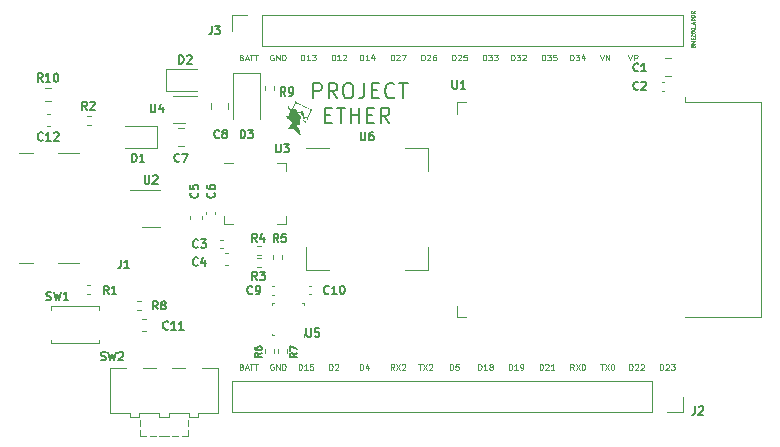
<source format=gbr>
%TF.GenerationSoftware,KiCad,Pcbnew,7.0.5-0*%
%TF.CreationDate,2024-04-29T00:28:01+02:00*%
%TF.ProjectId,esp32-eter,65737033-322d-4657-9465-722e6b696361,rev?*%
%TF.SameCoordinates,Original*%
%TF.FileFunction,Legend,Top*%
%TF.FilePolarity,Positive*%
%FSLAX46Y46*%
G04 Gerber Fmt 4.6, Leading zero omitted, Abs format (unit mm)*
G04 Created by KiCad (PCBNEW 7.0.5-0) date 2024-04-29 00:28:01*
%MOMM*%
%LPD*%
G01*
G04 APERTURE LIST*
%ADD10C,0.125000*%
%ADD11C,0.200000*%
%ADD12C,0.075000*%
%ADD13C,0.150000*%
%ADD14C,0.120000*%
%ADD15C,0.100000*%
G04 APERTURE END LIST*
D10*
X105601283Y-80732309D02*
X105601283Y-80232309D01*
X105601283Y-80232309D02*
X105720331Y-80232309D01*
X105720331Y-80232309D02*
X105791759Y-80256119D01*
X105791759Y-80256119D02*
X105839378Y-80303738D01*
X105839378Y-80303738D02*
X105863188Y-80351357D01*
X105863188Y-80351357D02*
X105886997Y-80446595D01*
X105886997Y-80446595D02*
X105886997Y-80518023D01*
X105886997Y-80518023D02*
X105863188Y-80613261D01*
X105863188Y-80613261D02*
X105839378Y-80660880D01*
X105839378Y-80660880D02*
X105791759Y-80708500D01*
X105791759Y-80708500D02*
X105720331Y-80732309D01*
X105720331Y-80732309D02*
X105601283Y-80732309D01*
X106363188Y-80732309D02*
X106077474Y-80732309D01*
X106220331Y-80732309D02*
X106220331Y-80232309D01*
X106220331Y-80232309D02*
X106172712Y-80303738D01*
X106172712Y-80303738D02*
X106125093Y-80351357D01*
X106125093Y-80351357D02*
X106077474Y-80375166D01*
X106648902Y-80446595D02*
X106601283Y-80422785D01*
X106601283Y-80422785D02*
X106577473Y-80398976D01*
X106577473Y-80398976D02*
X106553664Y-80351357D01*
X106553664Y-80351357D02*
X106553664Y-80327547D01*
X106553664Y-80327547D02*
X106577473Y-80279928D01*
X106577473Y-80279928D02*
X106601283Y-80256119D01*
X106601283Y-80256119D02*
X106648902Y-80232309D01*
X106648902Y-80232309D02*
X106744140Y-80232309D01*
X106744140Y-80232309D02*
X106791759Y-80256119D01*
X106791759Y-80256119D02*
X106815568Y-80279928D01*
X106815568Y-80279928D02*
X106839378Y-80327547D01*
X106839378Y-80327547D02*
X106839378Y-80351357D01*
X106839378Y-80351357D02*
X106815568Y-80398976D01*
X106815568Y-80398976D02*
X106791759Y-80422785D01*
X106791759Y-80422785D02*
X106744140Y-80446595D01*
X106744140Y-80446595D02*
X106648902Y-80446595D01*
X106648902Y-80446595D02*
X106601283Y-80470404D01*
X106601283Y-80470404D02*
X106577473Y-80494214D01*
X106577473Y-80494214D02*
X106553664Y-80541833D01*
X106553664Y-80541833D02*
X106553664Y-80637071D01*
X106553664Y-80637071D02*
X106577473Y-80684690D01*
X106577473Y-80684690D02*
X106601283Y-80708500D01*
X106601283Y-80708500D02*
X106648902Y-80732309D01*
X106648902Y-80732309D02*
X106744140Y-80732309D01*
X106744140Y-80732309D02*
X106791759Y-80708500D01*
X106791759Y-80708500D02*
X106815568Y-80684690D01*
X106815568Y-80684690D02*
X106839378Y-80637071D01*
X106839378Y-80637071D02*
X106839378Y-80541833D01*
X106839378Y-80541833D02*
X106815568Y-80494214D01*
X106815568Y-80494214D02*
X106791759Y-80470404D01*
X106791759Y-80470404D02*
X106744140Y-80446595D01*
D11*
X91641101Y-57737504D02*
X91641101Y-56437504D01*
X91641101Y-56437504D02*
X92136339Y-56437504D01*
X92136339Y-56437504D02*
X92260149Y-56499409D01*
X92260149Y-56499409D02*
X92322054Y-56561314D01*
X92322054Y-56561314D02*
X92383958Y-56685123D01*
X92383958Y-56685123D02*
X92383958Y-56870838D01*
X92383958Y-56870838D02*
X92322054Y-56994647D01*
X92322054Y-56994647D02*
X92260149Y-57056552D01*
X92260149Y-57056552D02*
X92136339Y-57118457D01*
X92136339Y-57118457D02*
X91641101Y-57118457D01*
X93683958Y-57737504D02*
X93250625Y-57118457D01*
X92941101Y-57737504D02*
X92941101Y-56437504D01*
X92941101Y-56437504D02*
X93436339Y-56437504D01*
X93436339Y-56437504D02*
X93560149Y-56499409D01*
X93560149Y-56499409D02*
X93622054Y-56561314D01*
X93622054Y-56561314D02*
X93683958Y-56685123D01*
X93683958Y-56685123D02*
X93683958Y-56870838D01*
X93683958Y-56870838D02*
X93622054Y-56994647D01*
X93622054Y-56994647D02*
X93560149Y-57056552D01*
X93560149Y-57056552D02*
X93436339Y-57118457D01*
X93436339Y-57118457D02*
X92941101Y-57118457D01*
X94488720Y-56437504D02*
X94736339Y-56437504D01*
X94736339Y-56437504D02*
X94860149Y-56499409D01*
X94860149Y-56499409D02*
X94983958Y-56623219D01*
X94983958Y-56623219D02*
X95045863Y-56870838D01*
X95045863Y-56870838D02*
X95045863Y-57304171D01*
X95045863Y-57304171D02*
X94983958Y-57551790D01*
X94983958Y-57551790D02*
X94860149Y-57675600D01*
X94860149Y-57675600D02*
X94736339Y-57737504D01*
X94736339Y-57737504D02*
X94488720Y-57737504D01*
X94488720Y-57737504D02*
X94364911Y-57675600D01*
X94364911Y-57675600D02*
X94241101Y-57551790D01*
X94241101Y-57551790D02*
X94179197Y-57304171D01*
X94179197Y-57304171D02*
X94179197Y-56870838D01*
X94179197Y-56870838D02*
X94241101Y-56623219D01*
X94241101Y-56623219D02*
X94364911Y-56499409D01*
X94364911Y-56499409D02*
X94488720Y-56437504D01*
X95974435Y-56437504D02*
X95974435Y-57366076D01*
X95974435Y-57366076D02*
X95912530Y-57551790D01*
X95912530Y-57551790D02*
X95788721Y-57675600D01*
X95788721Y-57675600D02*
X95603006Y-57737504D01*
X95603006Y-57737504D02*
X95479197Y-57737504D01*
X96593482Y-57056552D02*
X97026816Y-57056552D01*
X97212530Y-57737504D02*
X96593482Y-57737504D01*
X96593482Y-57737504D02*
X96593482Y-56437504D01*
X96593482Y-56437504D02*
X97212530Y-56437504D01*
X98512529Y-57613695D02*
X98450625Y-57675600D01*
X98450625Y-57675600D02*
X98264910Y-57737504D01*
X98264910Y-57737504D02*
X98141101Y-57737504D01*
X98141101Y-57737504D02*
X97955387Y-57675600D01*
X97955387Y-57675600D02*
X97831577Y-57551790D01*
X97831577Y-57551790D02*
X97769672Y-57427980D01*
X97769672Y-57427980D02*
X97707768Y-57180361D01*
X97707768Y-57180361D02*
X97707768Y-56994647D01*
X97707768Y-56994647D02*
X97769672Y-56747028D01*
X97769672Y-56747028D02*
X97831577Y-56623219D01*
X97831577Y-56623219D02*
X97955387Y-56499409D01*
X97955387Y-56499409D02*
X98141101Y-56437504D01*
X98141101Y-56437504D02*
X98264910Y-56437504D01*
X98264910Y-56437504D02*
X98450625Y-56499409D01*
X98450625Y-56499409D02*
X98512529Y-56561314D01*
X98883958Y-56437504D02*
X99626815Y-56437504D01*
X99255387Y-57737504D02*
X99255387Y-56437504D01*
X92631577Y-59149552D02*
X93064911Y-59149552D01*
X93250625Y-59830504D02*
X92631577Y-59830504D01*
X92631577Y-59830504D02*
X92631577Y-58530504D01*
X92631577Y-58530504D02*
X93250625Y-58530504D01*
X93622053Y-58530504D02*
X94364910Y-58530504D01*
X93993482Y-59830504D02*
X93993482Y-58530504D01*
X94798243Y-59830504D02*
X94798243Y-58530504D01*
X94798243Y-59149552D02*
X95541100Y-59149552D01*
X95541100Y-59830504D02*
X95541100Y-58530504D01*
X96160148Y-59149552D02*
X96593482Y-59149552D01*
X96779196Y-59830504D02*
X96160148Y-59830504D01*
X96160148Y-59830504D02*
X96160148Y-58530504D01*
X96160148Y-58530504D02*
X96779196Y-58530504D01*
X98079195Y-59830504D02*
X97645862Y-59211457D01*
X97336338Y-59830504D02*
X97336338Y-58530504D01*
X97336338Y-58530504D02*
X97831576Y-58530504D01*
X97831576Y-58530504D02*
X97955386Y-58592409D01*
X97955386Y-58592409D02*
X98017291Y-58654314D01*
X98017291Y-58654314D02*
X98079195Y-58778123D01*
X98079195Y-58778123D02*
X98079195Y-58963838D01*
X98079195Y-58963838D02*
X98017291Y-59087647D01*
X98017291Y-59087647D02*
X97955386Y-59149552D01*
X97955386Y-59149552D02*
X97831576Y-59211457D01*
X97831576Y-59211457D02*
X97336338Y-59211457D01*
D10*
X113401283Y-54532309D02*
X113401283Y-54032309D01*
X113401283Y-54032309D02*
X113520331Y-54032309D01*
X113520331Y-54032309D02*
X113591759Y-54056119D01*
X113591759Y-54056119D02*
X113639378Y-54103738D01*
X113639378Y-54103738D02*
X113663188Y-54151357D01*
X113663188Y-54151357D02*
X113686997Y-54246595D01*
X113686997Y-54246595D02*
X113686997Y-54318023D01*
X113686997Y-54318023D02*
X113663188Y-54413261D01*
X113663188Y-54413261D02*
X113639378Y-54460880D01*
X113639378Y-54460880D02*
X113591759Y-54508500D01*
X113591759Y-54508500D02*
X113520331Y-54532309D01*
X113520331Y-54532309D02*
X113401283Y-54532309D01*
X113853664Y-54032309D02*
X114163188Y-54032309D01*
X114163188Y-54032309D02*
X113996521Y-54222785D01*
X113996521Y-54222785D02*
X114067950Y-54222785D01*
X114067950Y-54222785D02*
X114115569Y-54246595D01*
X114115569Y-54246595D02*
X114139378Y-54270404D01*
X114139378Y-54270404D02*
X114163188Y-54318023D01*
X114163188Y-54318023D02*
X114163188Y-54437071D01*
X114163188Y-54437071D02*
X114139378Y-54484690D01*
X114139378Y-54484690D02*
X114115569Y-54508500D01*
X114115569Y-54508500D02*
X114067950Y-54532309D01*
X114067950Y-54532309D02*
X113925093Y-54532309D01*
X113925093Y-54532309D02*
X113877474Y-54508500D01*
X113877474Y-54508500D02*
X113853664Y-54484690D01*
X114591759Y-54198976D02*
X114591759Y-54532309D01*
X114472711Y-54008500D02*
X114353664Y-54365642D01*
X114353664Y-54365642D02*
X114663187Y-54365642D01*
X110801283Y-80732309D02*
X110801283Y-80232309D01*
X110801283Y-80232309D02*
X110920331Y-80232309D01*
X110920331Y-80232309D02*
X110991759Y-80256119D01*
X110991759Y-80256119D02*
X111039378Y-80303738D01*
X111039378Y-80303738D02*
X111063188Y-80351357D01*
X111063188Y-80351357D02*
X111086997Y-80446595D01*
X111086997Y-80446595D02*
X111086997Y-80518023D01*
X111086997Y-80518023D02*
X111063188Y-80613261D01*
X111063188Y-80613261D02*
X111039378Y-80660880D01*
X111039378Y-80660880D02*
X110991759Y-80708500D01*
X110991759Y-80708500D02*
X110920331Y-80732309D01*
X110920331Y-80732309D02*
X110801283Y-80732309D01*
X111277474Y-80279928D02*
X111301283Y-80256119D01*
X111301283Y-80256119D02*
X111348902Y-80232309D01*
X111348902Y-80232309D02*
X111467950Y-80232309D01*
X111467950Y-80232309D02*
X111515569Y-80256119D01*
X111515569Y-80256119D02*
X111539378Y-80279928D01*
X111539378Y-80279928D02*
X111563188Y-80327547D01*
X111563188Y-80327547D02*
X111563188Y-80375166D01*
X111563188Y-80375166D02*
X111539378Y-80446595D01*
X111539378Y-80446595D02*
X111253664Y-80732309D01*
X111253664Y-80732309D02*
X111563188Y-80732309D01*
X112039378Y-80732309D02*
X111753664Y-80732309D01*
X111896521Y-80732309D02*
X111896521Y-80232309D01*
X111896521Y-80232309D02*
X111848902Y-80303738D01*
X111848902Y-80303738D02*
X111801283Y-80351357D01*
X111801283Y-80351357D02*
X111753664Y-80375166D01*
X85567950Y-80470404D02*
X85639378Y-80494214D01*
X85639378Y-80494214D02*
X85663188Y-80518023D01*
X85663188Y-80518023D02*
X85686997Y-80565642D01*
X85686997Y-80565642D02*
X85686997Y-80637071D01*
X85686997Y-80637071D02*
X85663188Y-80684690D01*
X85663188Y-80684690D02*
X85639378Y-80708500D01*
X85639378Y-80708500D02*
X85591759Y-80732309D01*
X85591759Y-80732309D02*
X85401283Y-80732309D01*
X85401283Y-80732309D02*
X85401283Y-80232309D01*
X85401283Y-80232309D02*
X85567950Y-80232309D01*
X85567950Y-80232309D02*
X85615569Y-80256119D01*
X85615569Y-80256119D02*
X85639378Y-80279928D01*
X85639378Y-80279928D02*
X85663188Y-80327547D01*
X85663188Y-80327547D02*
X85663188Y-80375166D01*
X85663188Y-80375166D02*
X85639378Y-80422785D01*
X85639378Y-80422785D02*
X85615569Y-80446595D01*
X85615569Y-80446595D02*
X85567950Y-80470404D01*
X85567950Y-80470404D02*
X85401283Y-80470404D01*
X85877474Y-80589452D02*
X86115569Y-80589452D01*
X85829855Y-80732309D02*
X85996521Y-80232309D01*
X85996521Y-80232309D02*
X86163188Y-80732309D01*
X86258426Y-80232309D02*
X86544140Y-80232309D01*
X86401283Y-80732309D02*
X86401283Y-80232309D01*
X86639378Y-80232309D02*
X86925092Y-80232309D01*
X86782235Y-80732309D02*
X86782235Y-80232309D01*
X98486997Y-80732309D02*
X98320331Y-80494214D01*
X98201283Y-80732309D02*
X98201283Y-80232309D01*
X98201283Y-80232309D02*
X98391759Y-80232309D01*
X98391759Y-80232309D02*
X98439378Y-80256119D01*
X98439378Y-80256119D02*
X98463188Y-80279928D01*
X98463188Y-80279928D02*
X98486997Y-80327547D01*
X98486997Y-80327547D02*
X98486997Y-80398976D01*
X98486997Y-80398976D02*
X98463188Y-80446595D01*
X98463188Y-80446595D02*
X98439378Y-80470404D01*
X98439378Y-80470404D02*
X98391759Y-80494214D01*
X98391759Y-80494214D02*
X98201283Y-80494214D01*
X98653664Y-80232309D02*
X98986997Y-80732309D01*
X98986997Y-80232309D02*
X98653664Y-80732309D01*
X99153664Y-80279928D02*
X99177473Y-80256119D01*
X99177473Y-80256119D02*
X99225092Y-80232309D01*
X99225092Y-80232309D02*
X99344140Y-80232309D01*
X99344140Y-80232309D02*
X99391759Y-80256119D01*
X99391759Y-80256119D02*
X99415568Y-80279928D01*
X99415568Y-80279928D02*
X99439378Y-80327547D01*
X99439378Y-80327547D02*
X99439378Y-80375166D01*
X99439378Y-80375166D02*
X99415568Y-80446595D01*
X99415568Y-80446595D02*
X99129854Y-80732309D01*
X99129854Y-80732309D02*
X99439378Y-80732309D01*
X100529855Y-80232309D02*
X100815569Y-80232309D01*
X100672712Y-80732309D02*
X100672712Y-80232309D01*
X100934616Y-80232309D02*
X101267949Y-80732309D01*
X101267949Y-80232309D02*
X100934616Y-80732309D01*
X101434616Y-80279928D02*
X101458425Y-80256119D01*
X101458425Y-80256119D02*
X101506044Y-80232309D01*
X101506044Y-80232309D02*
X101625092Y-80232309D01*
X101625092Y-80232309D02*
X101672711Y-80256119D01*
X101672711Y-80256119D02*
X101696520Y-80279928D01*
X101696520Y-80279928D02*
X101720330Y-80327547D01*
X101720330Y-80327547D02*
X101720330Y-80375166D01*
X101720330Y-80375166D02*
X101696520Y-80446595D01*
X101696520Y-80446595D02*
X101410806Y-80732309D01*
X101410806Y-80732309D02*
X101720330Y-80732309D01*
X115929855Y-54032309D02*
X116096521Y-54532309D01*
X116096521Y-54532309D02*
X116263188Y-54032309D01*
X116429854Y-54532309D02*
X116429854Y-54032309D01*
X116429854Y-54032309D02*
X116715568Y-54532309D01*
X116715568Y-54532309D02*
X116715568Y-54032309D01*
X95601283Y-54532309D02*
X95601283Y-54032309D01*
X95601283Y-54032309D02*
X95720331Y-54032309D01*
X95720331Y-54032309D02*
X95791759Y-54056119D01*
X95791759Y-54056119D02*
X95839378Y-54103738D01*
X95839378Y-54103738D02*
X95863188Y-54151357D01*
X95863188Y-54151357D02*
X95886997Y-54246595D01*
X95886997Y-54246595D02*
X95886997Y-54318023D01*
X95886997Y-54318023D02*
X95863188Y-54413261D01*
X95863188Y-54413261D02*
X95839378Y-54460880D01*
X95839378Y-54460880D02*
X95791759Y-54508500D01*
X95791759Y-54508500D02*
X95720331Y-54532309D01*
X95720331Y-54532309D02*
X95601283Y-54532309D01*
X96363188Y-54532309D02*
X96077474Y-54532309D01*
X96220331Y-54532309D02*
X96220331Y-54032309D01*
X96220331Y-54032309D02*
X96172712Y-54103738D01*
X96172712Y-54103738D02*
X96125093Y-54151357D01*
X96125093Y-54151357D02*
X96077474Y-54175166D01*
X96791759Y-54198976D02*
X96791759Y-54532309D01*
X96672711Y-54008500D02*
X96553664Y-54365642D01*
X96553664Y-54365642D02*
X96863187Y-54365642D01*
X93201283Y-54532309D02*
X93201283Y-54032309D01*
X93201283Y-54032309D02*
X93320331Y-54032309D01*
X93320331Y-54032309D02*
X93391759Y-54056119D01*
X93391759Y-54056119D02*
X93439378Y-54103738D01*
X93439378Y-54103738D02*
X93463188Y-54151357D01*
X93463188Y-54151357D02*
X93486997Y-54246595D01*
X93486997Y-54246595D02*
X93486997Y-54318023D01*
X93486997Y-54318023D02*
X93463188Y-54413261D01*
X93463188Y-54413261D02*
X93439378Y-54460880D01*
X93439378Y-54460880D02*
X93391759Y-54508500D01*
X93391759Y-54508500D02*
X93320331Y-54532309D01*
X93320331Y-54532309D02*
X93201283Y-54532309D01*
X93963188Y-54532309D02*
X93677474Y-54532309D01*
X93820331Y-54532309D02*
X93820331Y-54032309D01*
X93820331Y-54032309D02*
X93772712Y-54103738D01*
X93772712Y-54103738D02*
X93725093Y-54151357D01*
X93725093Y-54151357D02*
X93677474Y-54175166D01*
X94153664Y-54079928D02*
X94177473Y-54056119D01*
X94177473Y-54056119D02*
X94225092Y-54032309D01*
X94225092Y-54032309D02*
X94344140Y-54032309D01*
X94344140Y-54032309D02*
X94391759Y-54056119D01*
X94391759Y-54056119D02*
X94415568Y-54079928D01*
X94415568Y-54079928D02*
X94439378Y-54127547D01*
X94439378Y-54127547D02*
X94439378Y-54175166D01*
X94439378Y-54175166D02*
X94415568Y-54246595D01*
X94415568Y-54246595D02*
X94129854Y-54532309D01*
X94129854Y-54532309D02*
X94439378Y-54532309D01*
X121001283Y-80732309D02*
X121001283Y-80232309D01*
X121001283Y-80232309D02*
X121120331Y-80232309D01*
X121120331Y-80232309D02*
X121191759Y-80256119D01*
X121191759Y-80256119D02*
X121239378Y-80303738D01*
X121239378Y-80303738D02*
X121263188Y-80351357D01*
X121263188Y-80351357D02*
X121286997Y-80446595D01*
X121286997Y-80446595D02*
X121286997Y-80518023D01*
X121286997Y-80518023D02*
X121263188Y-80613261D01*
X121263188Y-80613261D02*
X121239378Y-80660880D01*
X121239378Y-80660880D02*
X121191759Y-80708500D01*
X121191759Y-80708500D02*
X121120331Y-80732309D01*
X121120331Y-80732309D02*
X121001283Y-80732309D01*
X121477474Y-80279928D02*
X121501283Y-80256119D01*
X121501283Y-80256119D02*
X121548902Y-80232309D01*
X121548902Y-80232309D02*
X121667950Y-80232309D01*
X121667950Y-80232309D02*
X121715569Y-80256119D01*
X121715569Y-80256119D02*
X121739378Y-80279928D01*
X121739378Y-80279928D02*
X121763188Y-80327547D01*
X121763188Y-80327547D02*
X121763188Y-80375166D01*
X121763188Y-80375166D02*
X121739378Y-80446595D01*
X121739378Y-80446595D02*
X121453664Y-80732309D01*
X121453664Y-80732309D02*
X121763188Y-80732309D01*
X121929854Y-80232309D02*
X122239378Y-80232309D01*
X122239378Y-80232309D02*
X122072711Y-80422785D01*
X122072711Y-80422785D02*
X122144140Y-80422785D01*
X122144140Y-80422785D02*
X122191759Y-80446595D01*
X122191759Y-80446595D02*
X122215568Y-80470404D01*
X122215568Y-80470404D02*
X122239378Y-80518023D01*
X122239378Y-80518023D02*
X122239378Y-80637071D01*
X122239378Y-80637071D02*
X122215568Y-80684690D01*
X122215568Y-80684690D02*
X122191759Y-80708500D01*
X122191759Y-80708500D02*
X122144140Y-80732309D01*
X122144140Y-80732309D02*
X122001283Y-80732309D01*
X122001283Y-80732309D02*
X121953664Y-80708500D01*
X121953664Y-80708500D02*
X121929854Y-80684690D01*
X118401283Y-80732309D02*
X118401283Y-80232309D01*
X118401283Y-80232309D02*
X118520331Y-80232309D01*
X118520331Y-80232309D02*
X118591759Y-80256119D01*
X118591759Y-80256119D02*
X118639378Y-80303738D01*
X118639378Y-80303738D02*
X118663188Y-80351357D01*
X118663188Y-80351357D02*
X118686997Y-80446595D01*
X118686997Y-80446595D02*
X118686997Y-80518023D01*
X118686997Y-80518023D02*
X118663188Y-80613261D01*
X118663188Y-80613261D02*
X118639378Y-80660880D01*
X118639378Y-80660880D02*
X118591759Y-80708500D01*
X118591759Y-80708500D02*
X118520331Y-80732309D01*
X118520331Y-80732309D02*
X118401283Y-80732309D01*
X118877474Y-80279928D02*
X118901283Y-80256119D01*
X118901283Y-80256119D02*
X118948902Y-80232309D01*
X118948902Y-80232309D02*
X119067950Y-80232309D01*
X119067950Y-80232309D02*
X119115569Y-80256119D01*
X119115569Y-80256119D02*
X119139378Y-80279928D01*
X119139378Y-80279928D02*
X119163188Y-80327547D01*
X119163188Y-80327547D02*
X119163188Y-80375166D01*
X119163188Y-80375166D02*
X119139378Y-80446595D01*
X119139378Y-80446595D02*
X118853664Y-80732309D01*
X118853664Y-80732309D02*
X119163188Y-80732309D01*
X119353664Y-80279928D02*
X119377473Y-80256119D01*
X119377473Y-80256119D02*
X119425092Y-80232309D01*
X119425092Y-80232309D02*
X119544140Y-80232309D01*
X119544140Y-80232309D02*
X119591759Y-80256119D01*
X119591759Y-80256119D02*
X119615568Y-80279928D01*
X119615568Y-80279928D02*
X119639378Y-80327547D01*
X119639378Y-80327547D02*
X119639378Y-80375166D01*
X119639378Y-80375166D02*
X119615568Y-80446595D01*
X119615568Y-80446595D02*
X119329854Y-80732309D01*
X119329854Y-80732309D02*
X119639378Y-80732309D01*
X111001283Y-54532309D02*
X111001283Y-54032309D01*
X111001283Y-54032309D02*
X111120331Y-54032309D01*
X111120331Y-54032309D02*
X111191759Y-54056119D01*
X111191759Y-54056119D02*
X111239378Y-54103738D01*
X111239378Y-54103738D02*
X111263188Y-54151357D01*
X111263188Y-54151357D02*
X111286997Y-54246595D01*
X111286997Y-54246595D02*
X111286997Y-54318023D01*
X111286997Y-54318023D02*
X111263188Y-54413261D01*
X111263188Y-54413261D02*
X111239378Y-54460880D01*
X111239378Y-54460880D02*
X111191759Y-54508500D01*
X111191759Y-54508500D02*
X111120331Y-54532309D01*
X111120331Y-54532309D02*
X111001283Y-54532309D01*
X111453664Y-54032309D02*
X111763188Y-54032309D01*
X111763188Y-54032309D02*
X111596521Y-54222785D01*
X111596521Y-54222785D02*
X111667950Y-54222785D01*
X111667950Y-54222785D02*
X111715569Y-54246595D01*
X111715569Y-54246595D02*
X111739378Y-54270404D01*
X111739378Y-54270404D02*
X111763188Y-54318023D01*
X111763188Y-54318023D02*
X111763188Y-54437071D01*
X111763188Y-54437071D02*
X111739378Y-54484690D01*
X111739378Y-54484690D02*
X111715569Y-54508500D01*
X111715569Y-54508500D02*
X111667950Y-54532309D01*
X111667950Y-54532309D02*
X111525093Y-54532309D01*
X111525093Y-54532309D02*
X111477474Y-54508500D01*
X111477474Y-54508500D02*
X111453664Y-54484690D01*
X112215568Y-54032309D02*
X111977473Y-54032309D01*
X111977473Y-54032309D02*
X111953664Y-54270404D01*
X111953664Y-54270404D02*
X111977473Y-54246595D01*
X111977473Y-54246595D02*
X112025092Y-54222785D01*
X112025092Y-54222785D02*
X112144140Y-54222785D01*
X112144140Y-54222785D02*
X112191759Y-54246595D01*
X112191759Y-54246595D02*
X112215568Y-54270404D01*
X112215568Y-54270404D02*
X112239378Y-54318023D01*
X112239378Y-54318023D02*
X112239378Y-54437071D01*
X112239378Y-54437071D02*
X112215568Y-54484690D01*
X112215568Y-54484690D02*
X112191759Y-54508500D01*
X112191759Y-54508500D02*
X112144140Y-54532309D01*
X112144140Y-54532309D02*
X112025092Y-54532309D01*
X112025092Y-54532309D02*
X111977473Y-54508500D01*
X111977473Y-54508500D02*
X111953664Y-54484690D01*
X90401283Y-80732309D02*
X90401283Y-80232309D01*
X90401283Y-80232309D02*
X90520331Y-80232309D01*
X90520331Y-80232309D02*
X90591759Y-80256119D01*
X90591759Y-80256119D02*
X90639378Y-80303738D01*
X90639378Y-80303738D02*
X90663188Y-80351357D01*
X90663188Y-80351357D02*
X90686997Y-80446595D01*
X90686997Y-80446595D02*
X90686997Y-80518023D01*
X90686997Y-80518023D02*
X90663188Y-80613261D01*
X90663188Y-80613261D02*
X90639378Y-80660880D01*
X90639378Y-80660880D02*
X90591759Y-80708500D01*
X90591759Y-80708500D02*
X90520331Y-80732309D01*
X90520331Y-80732309D02*
X90401283Y-80732309D01*
X91163188Y-80732309D02*
X90877474Y-80732309D01*
X91020331Y-80732309D02*
X91020331Y-80232309D01*
X91020331Y-80232309D02*
X90972712Y-80303738D01*
X90972712Y-80303738D02*
X90925093Y-80351357D01*
X90925093Y-80351357D02*
X90877474Y-80375166D01*
X91615568Y-80232309D02*
X91377473Y-80232309D01*
X91377473Y-80232309D02*
X91353664Y-80470404D01*
X91353664Y-80470404D02*
X91377473Y-80446595D01*
X91377473Y-80446595D02*
X91425092Y-80422785D01*
X91425092Y-80422785D02*
X91544140Y-80422785D01*
X91544140Y-80422785D02*
X91591759Y-80446595D01*
X91591759Y-80446595D02*
X91615568Y-80470404D01*
X91615568Y-80470404D02*
X91639378Y-80518023D01*
X91639378Y-80518023D02*
X91639378Y-80637071D01*
X91639378Y-80637071D02*
X91615568Y-80684690D01*
X91615568Y-80684690D02*
X91591759Y-80708500D01*
X91591759Y-80708500D02*
X91544140Y-80732309D01*
X91544140Y-80732309D02*
X91425092Y-80732309D01*
X91425092Y-80732309D02*
X91377473Y-80708500D01*
X91377473Y-80708500D02*
X91353664Y-80684690D01*
X103201283Y-80732309D02*
X103201283Y-80232309D01*
X103201283Y-80232309D02*
X103320331Y-80232309D01*
X103320331Y-80232309D02*
X103391759Y-80256119D01*
X103391759Y-80256119D02*
X103439378Y-80303738D01*
X103439378Y-80303738D02*
X103463188Y-80351357D01*
X103463188Y-80351357D02*
X103486997Y-80446595D01*
X103486997Y-80446595D02*
X103486997Y-80518023D01*
X103486997Y-80518023D02*
X103463188Y-80613261D01*
X103463188Y-80613261D02*
X103439378Y-80660880D01*
X103439378Y-80660880D02*
X103391759Y-80708500D01*
X103391759Y-80708500D02*
X103320331Y-80732309D01*
X103320331Y-80732309D02*
X103201283Y-80732309D01*
X103939378Y-80232309D02*
X103701283Y-80232309D01*
X103701283Y-80232309D02*
X103677474Y-80470404D01*
X103677474Y-80470404D02*
X103701283Y-80446595D01*
X103701283Y-80446595D02*
X103748902Y-80422785D01*
X103748902Y-80422785D02*
X103867950Y-80422785D01*
X103867950Y-80422785D02*
X103915569Y-80446595D01*
X103915569Y-80446595D02*
X103939378Y-80470404D01*
X103939378Y-80470404D02*
X103963188Y-80518023D01*
X103963188Y-80518023D02*
X103963188Y-80637071D01*
X103963188Y-80637071D02*
X103939378Y-80684690D01*
X103939378Y-80684690D02*
X103915569Y-80708500D01*
X103915569Y-80708500D02*
X103867950Y-80732309D01*
X103867950Y-80732309D02*
X103748902Y-80732309D01*
X103748902Y-80732309D02*
X103701283Y-80708500D01*
X103701283Y-80708500D02*
X103677474Y-80684690D01*
X108201283Y-80732309D02*
X108201283Y-80232309D01*
X108201283Y-80232309D02*
X108320331Y-80232309D01*
X108320331Y-80232309D02*
X108391759Y-80256119D01*
X108391759Y-80256119D02*
X108439378Y-80303738D01*
X108439378Y-80303738D02*
X108463188Y-80351357D01*
X108463188Y-80351357D02*
X108486997Y-80446595D01*
X108486997Y-80446595D02*
X108486997Y-80518023D01*
X108486997Y-80518023D02*
X108463188Y-80613261D01*
X108463188Y-80613261D02*
X108439378Y-80660880D01*
X108439378Y-80660880D02*
X108391759Y-80708500D01*
X108391759Y-80708500D02*
X108320331Y-80732309D01*
X108320331Y-80732309D02*
X108201283Y-80732309D01*
X108963188Y-80732309D02*
X108677474Y-80732309D01*
X108820331Y-80732309D02*
X108820331Y-80232309D01*
X108820331Y-80232309D02*
X108772712Y-80303738D01*
X108772712Y-80303738D02*
X108725093Y-80351357D01*
X108725093Y-80351357D02*
X108677474Y-80375166D01*
X109201283Y-80732309D02*
X109296521Y-80732309D01*
X109296521Y-80732309D02*
X109344140Y-80708500D01*
X109344140Y-80708500D02*
X109367949Y-80684690D01*
X109367949Y-80684690D02*
X109415568Y-80613261D01*
X109415568Y-80613261D02*
X109439378Y-80518023D01*
X109439378Y-80518023D02*
X109439378Y-80327547D01*
X109439378Y-80327547D02*
X109415568Y-80279928D01*
X109415568Y-80279928D02*
X109391759Y-80256119D01*
X109391759Y-80256119D02*
X109344140Y-80232309D01*
X109344140Y-80232309D02*
X109248902Y-80232309D01*
X109248902Y-80232309D02*
X109201283Y-80256119D01*
X109201283Y-80256119D02*
X109177473Y-80279928D01*
X109177473Y-80279928D02*
X109153664Y-80327547D01*
X109153664Y-80327547D02*
X109153664Y-80446595D01*
X109153664Y-80446595D02*
X109177473Y-80494214D01*
X109177473Y-80494214D02*
X109201283Y-80518023D01*
X109201283Y-80518023D02*
X109248902Y-80541833D01*
X109248902Y-80541833D02*
X109344140Y-80541833D01*
X109344140Y-80541833D02*
X109391759Y-80518023D01*
X109391759Y-80518023D02*
X109415568Y-80494214D01*
X109415568Y-80494214D02*
X109439378Y-80446595D01*
X85567950Y-54270404D02*
X85639378Y-54294214D01*
X85639378Y-54294214D02*
X85663188Y-54318023D01*
X85663188Y-54318023D02*
X85686997Y-54365642D01*
X85686997Y-54365642D02*
X85686997Y-54437071D01*
X85686997Y-54437071D02*
X85663188Y-54484690D01*
X85663188Y-54484690D02*
X85639378Y-54508500D01*
X85639378Y-54508500D02*
X85591759Y-54532309D01*
X85591759Y-54532309D02*
X85401283Y-54532309D01*
X85401283Y-54532309D02*
X85401283Y-54032309D01*
X85401283Y-54032309D02*
X85567950Y-54032309D01*
X85567950Y-54032309D02*
X85615569Y-54056119D01*
X85615569Y-54056119D02*
X85639378Y-54079928D01*
X85639378Y-54079928D02*
X85663188Y-54127547D01*
X85663188Y-54127547D02*
X85663188Y-54175166D01*
X85663188Y-54175166D02*
X85639378Y-54222785D01*
X85639378Y-54222785D02*
X85615569Y-54246595D01*
X85615569Y-54246595D02*
X85567950Y-54270404D01*
X85567950Y-54270404D02*
X85401283Y-54270404D01*
X85877474Y-54389452D02*
X86115569Y-54389452D01*
X85829855Y-54532309D02*
X85996521Y-54032309D01*
X85996521Y-54032309D02*
X86163188Y-54532309D01*
X86258426Y-54032309D02*
X86544140Y-54032309D01*
X86401283Y-54532309D02*
X86401283Y-54032309D01*
X86639378Y-54032309D02*
X86925092Y-54032309D01*
X86782235Y-54532309D02*
X86782235Y-54032309D01*
X95601283Y-80732309D02*
X95601283Y-80232309D01*
X95601283Y-80232309D02*
X95720331Y-80232309D01*
X95720331Y-80232309D02*
X95791759Y-80256119D01*
X95791759Y-80256119D02*
X95839378Y-80303738D01*
X95839378Y-80303738D02*
X95863188Y-80351357D01*
X95863188Y-80351357D02*
X95886997Y-80446595D01*
X95886997Y-80446595D02*
X95886997Y-80518023D01*
X95886997Y-80518023D02*
X95863188Y-80613261D01*
X95863188Y-80613261D02*
X95839378Y-80660880D01*
X95839378Y-80660880D02*
X95791759Y-80708500D01*
X95791759Y-80708500D02*
X95720331Y-80732309D01*
X95720331Y-80732309D02*
X95601283Y-80732309D01*
X96315569Y-80398976D02*
X96315569Y-80732309D01*
X96196521Y-80208500D02*
X96077474Y-80565642D01*
X96077474Y-80565642D02*
X96386997Y-80565642D01*
X103401283Y-54532309D02*
X103401283Y-54032309D01*
X103401283Y-54032309D02*
X103520331Y-54032309D01*
X103520331Y-54032309D02*
X103591759Y-54056119D01*
X103591759Y-54056119D02*
X103639378Y-54103738D01*
X103639378Y-54103738D02*
X103663188Y-54151357D01*
X103663188Y-54151357D02*
X103686997Y-54246595D01*
X103686997Y-54246595D02*
X103686997Y-54318023D01*
X103686997Y-54318023D02*
X103663188Y-54413261D01*
X103663188Y-54413261D02*
X103639378Y-54460880D01*
X103639378Y-54460880D02*
X103591759Y-54508500D01*
X103591759Y-54508500D02*
X103520331Y-54532309D01*
X103520331Y-54532309D02*
X103401283Y-54532309D01*
X103877474Y-54079928D02*
X103901283Y-54056119D01*
X103901283Y-54056119D02*
X103948902Y-54032309D01*
X103948902Y-54032309D02*
X104067950Y-54032309D01*
X104067950Y-54032309D02*
X104115569Y-54056119D01*
X104115569Y-54056119D02*
X104139378Y-54079928D01*
X104139378Y-54079928D02*
X104163188Y-54127547D01*
X104163188Y-54127547D02*
X104163188Y-54175166D01*
X104163188Y-54175166D02*
X104139378Y-54246595D01*
X104139378Y-54246595D02*
X103853664Y-54532309D01*
X103853664Y-54532309D02*
X104163188Y-54532309D01*
X104615568Y-54032309D02*
X104377473Y-54032309D01*
X104377473Y-54032309D02*
X104353664Y-54270404D01*
X104353664Y-54270404D02*
X104377473Y-54246595D01*
X104377473Y-54246595D02*
X104425092Y-54222785D01*
X104425092Y-54222785D02*
X104544140Y-54222785D01*
X104544140Y-54222785D02*
X104591759Y-54246595D01*
X104591759Y-54246595D02*
X104615568Y-54270404D01*
X104615568Y-54270404D02*
X104639378Y-54318023D01*
X104639378Y-54318023D02*
X104639378Y-54437071D01*
X104639378Y-54437071D02*
X104615568Y-54484690D01*
X104615568Y-54484690D02*
X104591759Y-54508500D01*
X104591759Y-54508500D02*
X104544140Y-54532309D01*
X104544140Y-54532309D02*
X104425092Y-54532309D01*
X104425092Y-54532309D02*
X104377473Y-54508500D01*
X104377473Y-54508500D02*
X104353664Y-54484690D01*
X100801283Y-54532309D02*
X100801283Y-54032309D01*
X100801283Y-54032309D02*
X100920331Y-54032309D01*
X100920331Y-54032309D02*
X100991759Y-54056119D01*
X100991759Y-54056119D02*
X101039378Y-54103738D01*
X101039378Y-54103738D02*
X101063188Y-54151357D01*
X101063188Y-54151357D02*
X101086997Y-54246595D01*
X101086997Y-54246595D02*
X101086997Y-54318023D01*
X101086997Y-54318023D02*
X101063188Y-54413261D01*
X101063188Y-54413261D02*
X101039378Y-54460880D01*
X101039378Y-54460880D02*
X100991759Y-54508500D01*
X100991759Y-54508500D02*
X100920331Y-54532309D01*
X100920331Y-54532309D02*
X100801283Y-54532309D01*
X101277474Y-54079928D02*
X101301283Y-54056119D01*
X101301283Y-54056119D02*
X101348902Y-54032309D01*
X101348902Y-54032309D02*
X101467950Y-54032309D01*
X101467950Y-54032309D02*
X101515569Y-54056119D01*
X101515569Y-54056119D02*
X101539378Y-54079928D01*
X101539378Y-54079928D02*
X101563188Y-54127547D01*
X101563188Y-54127547D02*
X101563188Y-54175166D01*
X101563188Y-54175166D02*
X101539378Y-54246595D01*
X101539378Y-54246595D02*
X101253664Y-54532309D01*
X101253664Y-54532309D02*
X101563188Y-54532309D01*
X101991759Y-54032309D02*
X101896521Y-54032309D01*
X101896521Y-54032309D02*
X101848902Y-54056119D01*
X101848902Y-54056119D02*
X101825092Y-54079928D01*
X101825092Y-54079928D02*
X101777473Y-54151357D01*
X101777473Y-54151357D02*
X101753664Y-54246595D01*
X101753664Y-54246595D02*
X101753664Y-54437071D01*
X101753664Y-54437071D02*
X101777473Y-54484690D01*
X101777473Y-54484690D02*
X101801283Y-54508500D01*
X101801283Y-54508500D02*
X101848902Y-54532309D01*
X101848902Y-54532309D02*
X101944140Y-54532309D01*
X101944140Y-54532309D02*
X101991759Y-54508500D01*
X101991759Y-54508500D02*
X102015568Y-54484690D01*
X102015568Y-54484690D02*
X102039378Y-54437071D01*
X102039378Y-54437071D02*
X102039378Y-54318023D01*
X102039378Y-54318023D02*
X102015568Y-54270404D01*
X102015568Y-54270404D02*
X101991759Y-54246595D01*
X101991759Y-54246595D02*
X101944140Y-54222785D01*
X101944140Y-54222785D02*
X101848902Y-54222785D01*
X101848902Y-54222785D02*
X101801283Y-54246595D01*
X101801283Y-54246595D02*
X101777473Y-54270404D01*
X101777473Y-54270404D02*
X101753664Y-54318023D01*
X98201283Y-54532309D02*
X98201283Y-54032309D01*
X98201283Y-54032309D02*
X98320331Y-54032309D01*
X98320331Y-54032309D02*
X98391759Y-54056119D01*
X98391759Y-54056119D02*
X98439378Y-54103738D01*
X98439378Y-54103738D02*
X98463188Y-54151357D01*
X98463188Y-54151357D02*
X98486997Y-54246595D01*
X98486997Y-54246595D02*
X98486997Y-54318023D01*
X98486997Y-54318023D02*
X98463188Y-54413261D01*
X98463188Y-54413261D02*
X98439378Y-54460880D01*
X98439378Y-54460880D02*
X98391759Y-54508500D01*
X98391759Y-54508500D02*
X98320331Y-54532309D01*
X98320331Y-54532309D02*
X98201283Y-54532309D01*
X98677474Y-54079928D02*
X98701283Y-54056119D01*
X98701283Y-54056119D02*
X98748902Y-54032309D01*
X98748902Y-54032309D02*
X98867950Y-54032309D01*
X98867950Y-54032309D02*
X98915569Y-54056119D01*
X98915569Y-54056119D02*
X98939378Y-54079928D01*
X98939378Y-54079928D02*
X98963188Y-54127547D01*
X98963188Y-54127547D02*
X98963188Y-54175166D01*
X98963188Y-54175166D02*
X98939378Y-54246595D01*
X98939378Y-54246595D02*
X98653664Y-54532309D01*
X98653664Y-54532309D02*
X98963188Y-54532309D01*
X99129854Y-54032309D02*
X99463187Y-54032309D01*
X99463187Y-54032309D02*
X99248902Y-54532309D01*
X93001283Y-80732309D02*
X93001283Y-80232309D01*
X93001283Y-80232309D02*
X93120331Y-80232309D01*
X93120331Y-80232309D02*
X93191759Y-80256119D01*
X93191759Y-80256119D02*
X93239378Y-80303738D01*
X93239378Y-80303738D02*
X93263188Y-80351357D01*
X93263188Y-80351357D02*
X93286997Y-80446595D01*
X93286997Y-80446595D02*
X93286997Y-80518023D01*
X93286997Y-80518023D02*
X93263188Y-80613261D01*
X93263188Y-80613261D02*
X93239378Y-80660880D01*
X93239378Y-80660880D02*
X93191759Y-80708500D01*
X93191759Y-80708500D02*
X93120331Y-80732309D01*
X93120331Y-80732309D02*
X93001283Y-80732309D01*
X93477474Y-80279928D02*
X93501283Y-80256119D01*
X93501283Y-80256119D02*
X93548902Y-80232309D01*
X93548902Y-80232309D02*
X93667950Y-80232309D01*
X93667950Y-80232309D02*
X93715569Y-80256119D01*
X93715569Y-80256119D02*
X93739378Y-80279928D01*
X93739378Y-80279928D02*
X93763188Y-80327547D01*
X93763188Y-80327547D02*
X93763188Y-80375166D01*
X93763188Y-80375166D02*
X93739378Y-80446595D01*
X93739378Y-80446595D02*
X93453664Y-80732309D01*
X93453664Y-80732309D02*
X93763188Y-80732309D01*
X90601283Y-54532309D02*
X90601283Y-54032309D01*
X90601283Y-54032309D02*
X90720331Y-54032309D01*
X90720331Y-54032309D02*
X90791759Y-54056119D01*
X90791759Y-54056119D02*
X90839378Y-54103738D01*
X90839378Y-54103738D02*
X90863188Y-54151357D01*
X90863188Y-54151357D02*
X90886997Y-54246595D01*
X90886997Y-54246595D02*
X90886997Y-54318023D01*
X90886997Y-54318023D02*
X90863188Y-54413261D01*
X90863188Y-54413261D02*
X90839378Y-54460880D01*
X90839378Y-54460880D02*
X90791759Y-54508500D01*
X90791759Y-54508500D02*
X90720331Y-54532309D01*
X90720331Y-54532309D02*
X90601283Y-54532309D01*
X91363188Y-54532309D02*
X91077474Y-54532309D01*
X91220331Y-54532309D02*
X91220331Y-54032309D01*
X91220331Y-54032309D02*
X91172712Y-54103738D01*
X91172712Y-54103738D02*
X91125093Y-54151357D01*
X91125093Y-54151357D02*
X91077474Y-54175166D01*
X91529854Y-54032309D02*
X91839378Y-54032309D01*
X91839378Y-54032309D02*
X91672711Y-54222785D01*
X91672711Y-54222785D02*
X91744140Y-54222785D01*
X91744140Y-54222785D02*
X91791759Y-54246595D01*
X91791759Y-54246595D02*
X91815568Y-54270404D01*
X91815568Y-54270404D02*
X91839378Y-54318023D01*
X91839378Y-54318023D02*
X91839378Y-54437071D01*
X91839378Y-54437071D02*
X91815568Y-54484690D01*
X91815568Y-54484690D02*
X91791759Y-54508500D01*
X91791759Y-54508500D02*
X91744140Y-54532309D01*
X91744140Y-54532309D02*
X91601283Y-54532309D01*
X91601283Y-54532309D02*
X91553664Y-54508500D01*
X91553664Y-54508500D02*
X91529854Y-54484690D01*
X106001283Y-54532309D02*
X106001283Y-54032309D01*
X106001283Y-54032309D02*
X106120331Y-54032309D01*
X106120331Y-54032309D02*
X106191759Y-54056119D01*
X106191759Y-54056119D02*
X106239378Y-54103738D01*
X106239378Y-54103738D02*
X106263188Y-54151357D01*
X106263188Y-54151357D02*
X106286997Y-54246595D01*
X106286997Y-54246595D02*
X106286997Y-54318023D01*
X106286997Y-54318023D02*
X106263188Y-54413261D01*
X106263188Y-54413261D02*
X106239378Y-54460880D01*
X106239378Y-54460880D02*
X106191759Y-54508500D01*
X106191759Y-54508500D02*
X106120331Y-54532309D01*
X106120331Y-54532309D02*
X106001283Y-54532309D01*
X106453664Y-54032309D02*
X106763188Y-54032309D01*
X106763188Y-54032309D02*
X106596521Y-54222785D01*
X106596521Y-54222785D02*
X106667950Y-54222785D01*
X106667950Y-54222785D02*
X106715569Y-54246595D01*
X106715569Y-54246595D02*
X106739378Y-54270404D01*
X106739378Y-54270404D02*
X106763188Y-54318023D01*
X106763188Y-54318023D02*
X106763188Y-54437071D01*
X106763188Y-54437071D02*
X106739378Y-54484690D01*
X106739378Y-54484690D02*
X106715569Y-54508500D01*
X106715569Y-54508500D02*
X106667950Y-54532309D01*
X106667950Y-54532309D02*
X106525093Y-54532309D01*
X106525093Y-54532309D02*
X106477474Y-54508500D01*
X106477474Y-54508500D02*
X106453664Y-54484690D01*
X106929854Y-54032309D02*
X107239378Y-54032309D01*
X107239378Y-54032309D02*
X107072711Y-54222785D01*
X107072711Y-54222785D02*
X107144140Y-54222785D01*
X107144140Y-54222785D02*
X107191759Y-54246595D01*
X107191759Y-54246595D02*
X107215568Y-54270404D01*
X107215568Y-54270404D02*
X107239378Y-54318023D01*
X107239378Y-54318023D02*
X107239378Y-54437071D01*
X107239378Y-54437071D02*
X107215568Y-54484690D01*
X107215568Y-54484690D02*
X107191759Y-54508500D01*
X107191759Y-54508500D02*
X107144140Y-54532309D01*
X107144140Y-54532309D02*
X107001283Y-54532309D01*
X107001283Y-54532309D02*
X106953664Y-54508500D01*
X106953664Y-54508500D02*
X106929854Y-54484690D01*
X88263188Y-54056119D02*
X88215569Y-54032309D01*
X88215569Y-54032309D02*
X88144140Y-54032309D01*
X88144140Y-54032309D02*
X88072712Y-54056119D01*
X88072712Y-54056119D02*
X88025093Y-54103738D01*
X88025093Y-54103738D02*
X88001283Y-54151357D01*
X88001283Y-54151357D02*
X87977474Y-54246595D01*
X87977474Y-54246595D02*
X87977474Y-54318023D01*
X87977474Y-54318023D02*
X88001283Y-54413261D01*
X88001283Y-54413261D02*
X88025093Y-54460880D01*
X88025093Y-54460880D02*
X88072712Y-54508500D01*
X88072712Y-54508500D02*
X88144140Y-54532309D01*
X88144140Y-54532309D02*
X88191759Y-54532309D01*
X88191759Y-54532309D02*
X88263188Y-54508500D01*
X88263188Y-54508500D02*
X88286997Y-54484690D01*
X88286997Y-54484690D02*
X88286997Y-54318023D01*
X88286997Y-54318023D02*
X88191759Y-54318023D01*
X88501283Y-54532309D02*
X88501283Y-54032309D01*
X88501283Y-54032309D02*
X88786997Y-54532309D01*
X88786997Y-54532309D02*
X88786997Y-54032309D01*
X89025093Y-54532309D02*
X89025093Y-54032309D01*
X89025093Y-54032309D02*
X89144141Y-54032309D01*
X89144141Y-54032309D02*
X89215569Y-54056119D01*
X89215569Y-54056119D02*
X89263188Y-54103738D01*
X89263188Y-54103738D02*
X89286998Y-54151357D01*
X89286998Y-54151357D02*
X89310807Y-54246595D01*
X89310807Y-54246595D02*
X89310807Y-54318023D01*
X89310807Y-54318023D02*
X89286998Y-54413261D01*
X89286998Y-54413261D02*
X89263188Y-54460880D01*
X89263188Y-54460880D02*
X89215569Y-54508500D01*
X89215569Y-54508500D02*
X89144141Y-54532309D01*
X89144141Y-54532309D02*
X89025093Y-54532309D01*
X118329855Y-54032309D02*
X118496521Y-54532309D01*
X118496521Y-54532309D02*
X118663188Y-54032309D01*
X118829854Y-54532309D02*
X118829854Y-54032309D01*
X118829854Y-54032309D02*
X119020330Y-54032309D01*
X119020330Y-54032309D02*
X119067949Y-54056119D01*
X119067949Y-54056119D02*
X119091759Y-54079928D01*
X119091759Y-54079928D02*
X119115568Y-54127547D01*
X119115568Y-54127547D02*
X119115568Y-54198976D01*
X119115568Y-54198976D02*
X119091759Y-54246595D01*
X119091759Y-54246595D02*
X119067949Y-54270404D01*
X119067949Y-54270404D02*
X119020330Y-54294214D01*
X119020330Y-54294214D02*
X118829854Y-54294214D01*
X113686997Y-80732309D02*
X113520331Y-80494214D01*
X113401283Y-80732309D02*
X113401283Y-80232309D01*
X113401283Y-80232309D02*
X113591759Y-80232309D01*
X113591759Y-80232309D02*
X113639378Y-80256119D01*
X113639378Y-80256119D02*
X113663188Y-80279928D01*
X113663188Y-80279928D02*
X113686997Y-80327547D01*
X113686997Y-80327547D02*
X113686997Y-80398976D01*
X113686997Y-80398976D02*
X113663188Y-80446595D01*
X113663188Y-80446595D02*
X113639378Y-80470404D01*
X113639378Y-80470404D02*
X113591759Y-80494214D01*
X113591759Y-80494214D02*
X113401283Y-80494214D01*
X113853664Y-80232309D02*
X114186997Y-80732309D01*
X114186997Y-80232309D02*
X113853664Y-80732309D01*
X114472711Y-80232309D02*
X114520330Y-80232309D01*
X114520330Y-80232309D02*
X114567949Y-80256119D01*
X114567949Y-80256119D02*
X114591759Y-80279928D01*
X114591759Y-80279928D02*
X114615568Y-80327547D01*
X114615568Y-80327547D02*
X114639378Y-80422785D01*
X114639378Y-80422785D02*
X114639378Y-80541833D01*
X114639378Y-80541833D02*
X114615568Y-80637071D01*
X114615568Y-80637071D02*
X114591759Y-80684690D01*
X114591759Y-80684690D02*
X114567949Y-80708500D01*
X114567949Y-80708500D02*
X114520330Y-80732309D01*
X114520330Y-80732309D02*
X114472711Y-80732309D01*
X114472711Y-80732309D02*
X114425092Y-80708500D01*
X114425092Y-80708500D02*
X114401283Y-80684690D01*
X114401283Y-80684690D02*
X114377473Y-80637071D01*
X114377473Y-80637071D02*
X114353664Y-80541833D01*
X114353664Y-80541833D02*
X114353664Y-80422785D01*
X114353664Y-80422785D02*
X114377473Y-80327547D01*
X114377473Y-80327547D02*
X114401283Y-80279928D01*
X114401283Y-80279928D02*
X114425092Y-80256119D01*
X114425092Y-80256119D02*
X114472711Y-80232309D01*
X115929855Y-80232309D02*
X116215569Y-80232309D01*
X116072712Y-80732309D02*
X116072712Y-80232309D01*
X116334616Y-80232309D02*
X116667949Y-80732309D01*
X116667949Y-80232309D02*
X116334616Y-80732309D01*
X116953663Y-80232309D02*
X117001282Y-80232309D01*
X117001282Y-80232309D02*
X117048901Y-80256119D01*
X117048901Y-80256119D02*
X117072711Y-80279928D01*
X117072711Y-80279928D02*
X117096520Y-80327547D01*
X117096520Y-80327547D02*
X117120330Y-80422785D01*
X117120330Y-80422785D02*
X117120330Y-80541833D01*
X117120330Y-80541833D02*
X117096520Y-80637071D01*
X117096520Y-80637071D02*
X117072711Y-80684690D01*
X117072711Y-80684690D02*
X117048901Y-80708500D01*
X117048901Y-80708500D02*
X117001282Y-80732309D01*
X117001282Y-80732309D02*
X116953663Y-80732309D01*
X116953663Y-80732309D02*
X116906044Y-80708500D01*
X116906044Y-80708500D02*
X116882235Y-80684690D01*
X116882235Y-80684690D02*
X116858425Y-80637071D01*
X116858425Y-80637071D02*
X116834616Y-80541833D01*
X116834616Y-80541833D02*
X116834616Y-80422785D01*
X116834616Y-80422785D02*
X116858425Y-80327547D01*
X116858425Y-80327547D02*
X116882235Y-80279928D01*
X116882235Y-80279928D02*
X116906044Y-80256119D01*
X116906044Y-80256119D02*
X116953663Y-80232309D01*
X88263188Y-80256119D02*
X88215569Y-80232309D01*
X88215569Y-80232309D02*
X88144140Y-80232309D01*
X88144140Y-80232309D02*
X88072712Y-80256119D01*
X88072712Y-80256119D02*
X88025093Y-80303738D01*
X88025093Y-80303738D02*
X88001283Y-80351357D01*
X88001283Y-80351357D02*
X87977474Y-80446595D01*
X87977474Y-80446595D02*
X87977474Y-80518023D01*
X87977474Y-80518023D02*
X88001283Y-80613261D01*
X88001283Y-80613261D02*
X88025093Y-80660880D01*
X88025093Y-80660880D02*
X88072712Y-80708500D01*
X88072712Y-80708500D02*
X88144140Y-80732309D01*
X88144140Y-80732309D02*
X88191759Y-80732309D01*
X88191759Y-80732309D02*
X88263188Y-80708500D01*
X88263188Y-80708500D02*
X88286997Y-80684690D01*
X88286997Y-80684690D02*
X88286997Y-80518023D01*
X88286997Y-80518023D02*
X88191759Y-80518023D01*
X88501283Y-80732309D02*
X88501283Y-80232309D01*
X88501283Y-80232309D02*
X88786997Y-80732309D01*
X88786997Y-80732309D02*
X88786997Y-80232309D01*
X89025093Y-80732309D02*
X89025093Y-80232309D01*
X89025093Y-80232309D02*
X89144141Y-80232309D01*
X89144141Y-80232309D02*
X89215569Y-80256119D01*
X89215569Y-80256119D02*
X89263188Y-80303738D01*
X89263188Y-80303738D02*
X89286998Y-80351357D01*
X89286998Y-80351357D02*
X89310807Y-80446595D01*
X89310807Y-80446595D02*
X89310807Y-80518023D01*
X89310807Y-80518023D02*
X89286998Y-80613261D01*
X89286998Y-80613261D02*
X89263188Y-80660880D01*
X89263188Y-80660880D02*
X89215569Y-80708500D01*
X89215569Y-80708500D02*
X89144141Y-80732309D01*
X89144141Y-80732309D02*
X89025093Y-80732309D01*
D12*
X123762242Y-53299229D02*
X123776528Y-53256372D01*
X123776528Y-53256372D02*
X123790814Y-53242086D01*
X123790814Y-53242086D02*
X123819385Y-53227800D01*
X123819385Y-53227800D02*
X123862242Y-53227800D01*
X123862242Y-53227800D02*
X123890814Y-53242086D01*
X123890814Y-53242086D02*
X123905100Y-53256372D01*
X123905100Y-53256372D02*
X123919385Y-53284943D01*
X123919385Y-53284943D02*
X123919385Y-53399229D01*
X123919385Y-53399229D02*
X123619385Y-53399229D01*
X123619385Y-53399229D02*
X123619385Y-53299229D01*
X123619385Y-53299229D02*
X123633671Y-53270658D01*
X123633671Y-53270658D02*
X123647957Y-53256372D01*
X123647957Y-53256372D02*
X123676528Y-53242086D01*
X123676528Y-53242086D02*
X123705100Y-53242086D01*
X123705100Y-53242086D02*
X123733671Y-53256372D01*
X123733671Y-53256372D02*
X123747957Y-53270658D01*
X123747957Y-53270658D02*
X123762242Y-53299229D01*
X123762242Y-53299229D02*
X123762242Y-53399229D01*
X123919385Y-53099229D02*
X123619385Y-53099229D01*
X123619385Y-53099229D02*
X123833671Y-52999229D01*
X123833671Y-52999229D02*
X123619385Y-52899229D01*
X123619385Y-52899229D02*
X123919385Y-52899229D01*
X123762242Y-52756372D02*
X123762242Y-52656372D01*
X123919385Y-52613515D02*
X123919385Y-52756372D01*
X123919385Y-52756372D02*
X123619385Y-52756372D01*
X123619385Y-52756372D02*
X123619385Y-52613515D01*
X123647957Y-52499229D02*
X123633671Y-52484943D01*
X123633671Y-52484943D02*
X123619385Y-52456372D01*
X123619385Y-52456372D02*
X123619385Y-52384943D01*
X123619385Y-52384943D02*
X123633671Y-52356372D01*
X123633671Y-52356372D02*
X123647957Y-52342086D01*
X123647957Y-52342086D02*
X123676528Y-52327800D01*
X123676528Y-52327800D02*
X123705100Y-52327800D01*
X123705100Y-52327800D02*
X123747957Y-52342086D01*
X123747957Y-52342086D02*
X123919385Y-52513514D01*
X123919385Y-52513514D02*
X123919385Y-52327800D01*
X123747957Y-52156372D02*
X123733671Y-52184943D01*
X123733671Y-52184943D02*
X123719385Y-52199229D01*
X123719385Y-52199229D02*
X123690814Y-52213515D01*
X123690814Y-52213515D02*
X123676528Y-52213515D01*
X123676528Y-52213515D02*
X123647957Y-52199229D01*
X123647957Y-52199229D02*
X123633671Y-52184943D01*
X123633671Y-52184943D02*
X123619385Y-52156372D01*
X123619385Y-52156372D02*
X123619385Y-52099229D01*
X123619385Y-52099229D02*
X123633671Y-52070658D01*
X123633671Y-52070658D02*
X123647957Y-52056372D01*
X123647957Y-52056372D02*
X123676528Y-52042086D01*
X123676528Y-52042086D02*
X123690814Y-52042086D01*
X123690814Y-52042086D02*
X123719385Y-52056372D01*
X123719385Y-52056372D02*
X123733671Y-52070658D01*
X123733671Y-52070658D02*
X123747957Y-52099229D01*
X123747957Y-52099229D02*
X123747957Y-52156372D01*
X123747957Y-52156372D02*
X123762242Y-52184943D01*
X123762242Y-52184943D02*
X123776528Y-52199229D01*
X123776528Y-52199229D02*
X123805100Y-52213515D01*
X123805100Y-52213515D02*
X123862242Y-52213515D01*
X123862242Y-52213515D02*
X123890814Y-52199229D01*
X123890814Y-52199229D02*
X123905100Y-52184943D01*
X123905100Y-52184943D02*
X123919385Y-52156372D01*
X123919385Y-52156372D02*
X123919385Y-52099229D01*
X123919385Y-52099229D02*
X123905100Y-52070658D01*
X123905100Y-52070658D02*
X123890814Y-52056372D01*
X123890814Y-52056372D02*
X123862242Y-52042086D01*
X123862242Y-52042086D02*
X123805100Y-52042086D01*
X123805100Y-52042086D02*
X123776528Y-52056372D01*
X123776528Y-52056372D02*
X123762242Y-52070658D01*
X123762242Y-52070658D02*
X123747957Y-52099229D01*
X123619385Y-51856372D02*
X123619385Y-51827801D01*
X123619385Y-51827801D02*
X123633671Y-51799229D01*
X123633671Y-51799229D02*
X123647957Y-51784944D01*
X123647957Y-51784944D02*
X123676528Y-51770658D01*
X123676528Y-51770658D02*
X123733671Y-51756372D01*
X123733671Y-51756372D02*
X123805100Y-51756372D01*
X123805100Y-51756372D02*
X123862242Y-51770658D01*
X123862242Y-51770658D02*
X123890814Y-51784944D01*
X123890814Y-51784944D02*
X123905100Y-51799229D01*
X123905100Y-51799229D02*
X123919385Y-51827801D01*
X123919385Y-51827801D02*
X123919385Y-51856372D01*
X123919385Y-51856372D02*
X123905100Y-51884944D01*
X123905100Y-51884944D02*
X123890814Y-51899229D01*
X123890814Y-51899229D02*
X123862242Y-51913515D01*
X123862242Y-51913515D02*
X123805100Y-51927801D01*
X123805100Y-51927801D02*
X123733671Y-51927801D01*
X123733671Y-51927801D02*
X123676528Y-51913515D01*
X123676528Y-51913515D02*
X123647957Y-51899229D01*
X123647957Y-51899229D02*
X123633671Y-51884944D01*
X123633671Y-51884944D02*
X123619385Y-51856372D01*
X123947957Y-51699230D02*
X123947957Y-51470658D01*
X123833671Y-51413516D02*
X123833671Y-51270659D01*
X123919385Y-51442087D02*
X123619385Y-51342087D01*
X123619385Y-51342087D02*
X123919385Y-51242087D01*
X123919385Y-51142087D02*
X123619385Y-51142087D01*
X123619385Y-51142087D02*
X123619385Y-51070658D01*
X123619385Y-51070658D02*
X123633671Y-51027801D01*
X123633671Y-51027801D02*
X123662242Y-50999230D01*
X123662242Y-50999230D02*
X123690814Y-50984944D01*
X123690814Y-50984944D02*
X123747957Y-50970658D01*
X123747957Y-50970658D02*
X123790814Y-50970658D01*
X123790814Y-50970658D02*
X123847957Y-50984944D01*
X123847957Y-50984944D02*
X123876528Y-50999230D01*
X123876528Y-50999230D02*
X123905100Y-51027801D01*
X123905100Y-51027801D02*
X123919385Y-51070658D01*
X123919385Y-51070658D02*
X123919385Y-51142087D01*
X123919385Y-50842087D02*
X123619385Y-50842087D01*
X123619385Y-50842087D02*
X123619385Y-50770658D01*
X123619385Y-50770658D02*
X123633671Y-50727801D01*
X123633671Y-50727801D02*
X123662242Y-50699230D01*
X123662242Y-50699230D02*
X123690814Y-50684944D01*
X123690814Y-50684944D02*
X123747957Y-50670658D01*
X123747957Y-50670658D02*
X123790814Y-50670658D01*
X123790814Y-50670658D02*
X123847957Y-50684944D01*
X123847957Y-50684944D02*
X123876528Y-50699230D01*
X123876528Y-50699230D02*
X123905100Y-50727801D01*
X123905100Y-50727801D02*
X123919385Y-50770658D01*
X123919385Y-50770658D02*
X123919385Y-50842087D01*
X123919385Y-50370658D02*
X123776528Y-50470658D01*
X123919385Y-50542087D02*
X123619385Y-50542087D01*
X123619385Y-50542087D02*
X123619385Y-50427801D01*
X123619385Y-50427801D02*
X123633671Y-50399230D01*
X123633671Y-50399230D02*
X123647957Y-50384944D01*
X123647957Y-50384944D02*
X123676528Y-50370658D01*
X123676528Y-50370658D02*
X123719385Y-50370658D01*
X123719385Y-50370658D02*
X123747957Y-50384944D01*
X123747957Y-50384944D02*
X123762242Y-50399230D01*
X123762242Y-50399230D02*
X123776528Y-50427801D01*
X123776528Y-50427801D02*
X123776528Y-50542087D01*
D10*
X108401283Y-54532309D02*
X108401283Y-54032309D01*
X108401283Y-54032309D02*
X108520331Y-54032309D01*
X108520331Y-54032309D02*
X108591759Y-54056119D01*
X108591759Y-54056119D02*
X108639378Y-54103738D01*
X108639378Y-54103738D02*
X108663188Y-54151357D01*
X108663188Y-54151357D02*
X108686997Y-54246595D01*
X108686997Y-54246595D02*
X108686997Y-54318023D01*
X108686997Y-54318023D02*
X108663188Y-54413261D01*
X108663188Y-54413261D02*
X108639378Y-54460880D01*
X108639378Y-54460880D02*
X108591759Y-54508500D01*
X108591759Y-54508500D02*
X108520331Y-54532309D01*
X108520331Y-54532309D02*
X108401283Y-54532309D01*
X108853664Y-54032309D02*
X109163188Y-54032309D01*
X109163188Y-54032309D02*
X108996521Y-54222785D01*
X108996521Y-54222785D02*
X109067950Y-54222785D01*
X109067950Y-54222785D02*
X109115569Y-54246595D01*
X109115569Y-54246595D02*
X109139378Y-54270404D01*
X109139378Y-54270404D02*
X109163188Y-54318023D01*
X109163188Y-54318023D02*
X109163188Y-54437071D01*
X109163188Y-54437071D02*
X109139378Y-54484690D01*
X109139378Y-54484690D02*
X109115569Y-54508500D01*
X109115569Y-54508500D02*
X109067950Y-54532309D01*
X109067950Y-54532309D02*
X108925093Y-54532309D01*
X108925093Y-54532309D02*
X108877474Y-54508500D01*
X108877474Y-54508500D02*
X108853664Y-54484690D01*
X109353664Y-54079928D02*
X109377473Y-54056119D01*
X109377473Y-54056119D02*
X109425092Y-54032309D01*
X109425092Y-54032309D02*
X109544140Y-54032309D01*
X109544140Y-54032309D02*
X109591759Y-54056119D01*
X109591759Y-54056119D02*
X109615568Y-54079928D01*
X109615568Y-54079928D02*
X109639378Y-54127547D01*
X109639378Y-54127547D02*
X109639378Y-54175166D01*
X109639378Y-54175166D02*
X109615568Y-54246595D01*
X109615568Y-54246595D02*
X109329854Y-54532309D01*
X109329854Y-54532309D02*
X109639378Y-54532309D01*
D13*
%TO.C,R3*%
X86883333Y-73116033D02*
X86650000Y-72782700D01*
X86483333Y-73116033D02*
X86483333Y-72416033D01*
X86483333Y-72416033D02*
X86750000Y-72416033D01*
X86750000Y-72416033D02*
X86816667Y-72449366D01*
X86816667Y-72449366D02*
X86850000Y-72482700D01*
X86850000Y-72482700D02*
X86883333Y-72549366D01*
X86883333Y-72549366D02*
X86883333Y-72649366D01*
X86883333Y-72649366D02*
X86850000Y-72716033D01*
X86850000Y-72716033D02*
X86816667Y-72749366D01*
X86816667Y-72749366D02*
X86750000Y-72782700D01*
X86750000Y-72782700D02*
X86483333Y-72782700D01*
X87116667Y-72416033D02*
X87550000Y-72416033D01*
X87550000Y-72416033D02*
X87316667Y-72682700D01*
X87316667Y-72682700D02*
X87416667Y-72682700D01*
X87416667Y-72682700D02*
X87483333Y-72716033D01*
X87483333Y-72716033D02*
X87516667Y-72749366D01*
X87516667Y-72749366D02*
X87550000Y-72816033D01*
X87550000Y-72816033D02*
X87550000Y-72982700D01*
X87550000Y-72982700D02*
X87516667Y-73049366D01*
X87516667Y-73049366D02*
X87483333Y-73082700D01*
X87483333Y-73082700D02*
X87416667Y-73116033D01*
X87416667Y-73116033D02*
X87216667Y-73116033D01*
X87216667Y-73116033D02*
X87150000Y-73082700D01*
X87150000Y-73082700D02*
X87116667Y-73049366D01*
%TO.C,J2*%
X123966666Y-83816033D02*
X123966666Y-84316033D01*
X123966666Y-84316033D02*
X123933333Y-84416033D01*
X123933333Y-84416033D02*
X123866666Y-84482700D01*
X123866666Y-84482700D02*
X123766666Y-84516033D01*
X123766666Y-84516033D02*
X123700000Y-84516033D01*
X124266666Y-83882700D02*
X124299999Y-83849366D01*
X124299999Y-83849366D02*
X124366666Y-83816033D01*
X124366666Y-83816033D02*
X124533333Y-83816033D01*
X124533333Y-83816033D02*
X124599999Y-83849366D01*
X124599999Y-83849366D02*
X124633333Y-83882700D01*
X124633333Y-83882700D02*
X124666666Y-83949366D01*
X124666666Y-83949366D02*
X124666666Y-84016033D01*
X124666666Y-84016033D02*
X124633333Y-84116033D01*
X124633333Y-84116033D02*
X124233333Y-84516033D01*
X124233333Y-84516033D02*
X124666666Y-84516033D01*
%TO.C,J3*%
X83056666Y-51616033D02*
X83056666Y-52116033D01*
X83056666Y-52116033D02*
X83023333Y-52216033D01*
X83023333Y-52216033D02*
X82956666Y-52282700D01*
X82956666Y-52282700D02*
X82856666Y-52316033D01*
X82856666Y-52316033D02*
X82790000Y-52316033D01*
X83323333Y-51616033D02*
X83756666Y-51616033D01*
X83756666Y-51616033D02*
X83523333Y-51882700D01*
X83523333Y-51882700D02*
X83623333Y-51882700D01*
X83623333Y-51882700D02*
X83689999Y-51916033D01*
X83689999Y-51916033D02*
X83723333Y-51949366D01*
X83723333Y-51949366D02*
X83756666Y-52016033D01*
X83756666Y-52016033D02*
X83756666Y-52182700D01*
X83756666Y-52182700D02*
X83723333Y-52249366D01*
X83723333Y-52249366D02*
X83689999Y-52282700D01*
X83689999Y-52282700D02*
X83623333Y-52316033D01*
X83623333Y-52316033D02*
X83423333Y-52316033D01*
X83423333Y-52316033D02*
X83356666Y-52282700D01*
X83356666Y-52282700D02*
X83323333Y-52249366D01*
%TO.C,U1*%
X103416666Y-56216033D02*
X103416666Y-56782700D01*
X103416666Y-56782700D02*
X103450000Y-56849366D01*
X103450000Y-56849366D02*
X103483333Y-56882700D01*
X103483333Y-56882700D02*
X103550000Y-56916033D01*
X103550000Y-56916033D02*
X103683333Y-56916033D01*
X103683333Y-56916033D02*
X103750000Y-56882700D01*
X103750000Y-56882700D02*
X103783333Y-56849366D01*
X103783333Y-56849366D02*
X103816666Y-56782700D01*
X103816666Y-56782700D02*
X103816666Y-56216033D01*
X104516666Y-56916033D02*
X104116666Y-56916033D01*
X104316666Y-56916033D02*
X104316666Y-56216033D01*
X104316666Y-56216033D02*
X104249999Y-56316033D01*
X104249999Y-56316033D02*
X104183333Y-56382700D01*
X104183333Y-56382700D02*
X104116666Y-56416033D01*
%TO.C,R8*%
X78483333Y-75616033D02*
X78250000Y-75282700D01*
X78083333Y-75616033D02*
X78083333Y-74916033D01*
X78083333Y-74916033D02*
X78350000Y-74916033D01*
X78350000Y-74916033D02*
X78416667Y-74949366D01*
X78416667Y-74949366D02*
X78450000Y-74982700D01*
X78450000Y-74982700D02*
X78483333Y-75049366D01*
X78483333Y-75049366D02*
X78483333Y-75149366D01*
X78483333Y-75149366D02*
X78450000Y-75216033D01*
X78450000Y-75216033D02*
X78416667Y-75249366D01*
X78416667Y-75249366D02*
X78350000Y-75282700D01*
X78350000Y-75282700D02*
X78083333Y-75282700D01*
X78883333Y-75216033D02*
X78816667Y-75182700D01*
X78816667Y-75182700D02*
X78783333Y-75149366D01*
X78783333Y-75149366D02*
X78750000Y-75082700D01*
X78750000Y-75082700D02*
X78750000Y-75049366D01*
X78750000Y-75049366D02*
X78783333Y-74982700D01*
X78783333Y-74982700D02*
X78816667Y-74949366D01*
X78816667Y-74949366D02*
X78883333Y-74916033D01*
X78883333Y-74916033D02*
X79016667Y-74916033D01*
X79016667Y-74916033D02*
X79083333Y-74949366D01*
X79083333Y-74949366D02*
X79116667Y-74982700D01*
X79116667Y-74982700D02*
X79150000Y-75049366D01*
X79150000Y-75049366D02*
X79150000Y-75082700D01*
X79150000Y-75082700D02*
X79116667Y-75149366D01*
X79116667Y-75149366D02*
X79083333Y-75182700D01*
X79083333Y-75182700D02*
X79016667Y-75216033D01*
X79016667Y-75216033D02*
X78883333Y-75216033D01*
X78883333Y-75216033D02*
X78816667Y-75249366D01*
X78816667Y-75249366D02*
X78783333Y-75282700D01*
X78783333Y-75282700D02*
X78750000Y-75349366D01*
X78750000Y-75349366D02*
X78750000Y-75482700D01*
X78750000Y-75482700D02*
X78783333Y-75549366D01*
X78783333Y-75549366D02*
X78816667Y-75582700D01*
X78816667Y-75582700D02*
X78883333Y-75616033D01*
X78883333Y-75616033D02*
X79016667Y-75616033D01*
X79016667Y-75616033D02*
X79083333Y-75582700D01*
X79083333Y-75582700D02*
X79116667Y-75549366D01*
X79116667Y-75549366D02*
X79150000Y-75482700D01*
X79150000Y-75482700D02*
X79150000Y-75349366D01*
X79150000Y-75349366D02*
X79116667Y-75282700D01*
X79116667Y-75282700D02*
X79083333Y-75249366D01*
X79083333Y-75249366D02*
X79016667Y-75216033D01*
%TO.C,C2*%
X119153333Y-56959366D02*
X119120000Y-56992700D01*
X119120000Y-56992700D02*
X119020000Y-57026033D01*
X119020000Y-57026033D02*
X118953333Y-57026033D01*
X118953333Y-57026033D02*
X118853333Y-56992700D01*
X118853333Y-56992700D02*
X118786667Y-56926033D01*
X118786667Y-56926033D02*
X118753333Y-56859366D01*
X118753333Y-56859366D02*
X118720000Y-56726033D01*
X118720000Y-56726033D02*
X118720000Y-56626033D01*
X118720000Y-56626033D02*
X118753333Y-56492700D01*
X118753333Y-56492700D02*
X118786667Y-56426033D01*
X118786667Y-56426033D02*
X118853333Y-56359366D01*
X118853333Y-56359366D02*
X118953333Y-56326033D01*
X118953333Y-56326033D02*
X119020000Y-56326033D01*
X119020000Y-56326033D02*
X119120000Y-56359366D01*
X119120000Y-56359366D02*
X119153333Y-56392700D01*
X119420000Y-56392700D02*
X119453333Y-56359366D01*
X119453333Y-56359366D02*
X119520000Y-56326033D01*
X119520000Y-56326033D02*
X119686667Y-56326033D01*
X119686667Y-56326033D02*
X119753333Y-56359366D01*
X119753333Y-56359366D02*
X119786667Y-56392700D01*
X119786667Y-56392700D02*
X119820000Y-56459366D01*
X119820000Y-56459366D02*
X119820000Y-56526033D01*
X119820000Y-56526033D02*
X119786667Y-56626033D01*
X119786667Y-56626033D02*
X119386667Y-57026033D01*
X119386667Y-57026033D02*
X119820000Y-57026033D01*
%TO.C,R10*%
X68719999Y-56316033D02*
X68486666Y-55982700D01*
X68319999Y-56316033D02*
X68319999Y-55616033D01*
X68319999Y-55616033D02*
X68586666Y-55616033D01*
X68586666Y-55616033D02*
X68653333Y-55649366D01*
X68653333Y-55649366D02*
X68686666Y-55682700D01*
X68686666Y-55682700D02*
X68719999Y-55749366D01*
X68719999Y-55749366D02*
X68719999Y-55849366D01*
X68719999Y-55849366D02*
X68686666Y-55916033D01*
X68686666Y-55916033D02*
X68653333Y-55949366D01*
X68653333Y-55949366D02*
X68586666Y-55982700D01*
X68586666Y-55982700D02*
X68319999Y-55982700D01*
X69386666Y-56316033D02*
X68986666Y-56316033D01*
X69186666Y-56316033D02*
X69186666Y-55616033D01*
X69186666Y-55616033D02*
X69119999Y-55716033D01*
X69119999Y-55716033D02*
X69053333Y-55782700D01*
X69053333Y-55782700D02*
X68986666Y-55816033D01*
X69820000Y-55616033D02*
X69886666Y-55616033D01*
X69886666Y-55616033D02*
X69953333Y-55649366D01*
X69953333Y-55649366D02*
X69986666Y-55682700D01*
X69986666Y-55682700D02*
X70020000Y-55749366D01*
X70020000Y-55749366D02*
X70053333Y-55882700D01*
X70053333Y-55882700D02*
X70053333Y-56049366D01*
X70053333Y-56049366D02*
X70020000Y-56182700D01*
X70020000Y-56182700D02*
X69986666Y-56249366D01*
X69986666Y-56249366D02*
X69953333Y-56282700D01*
X69953333Y-56282700D02*
X69886666Y-56316033D01*
X69886666Y-56316033D02*
X69820000Y-56316033D01*
X69820000Y-56316033D02*
X69753333Y-56282700D01*
X69753333Y-56282700D02*
X69720000Y-56249366D01*
X69720000Y-56249366D02*
X69686666Y-56182700D01*
X69686666Y-56182700D02*
X69653333Y-56049366D01*
X69653333Y-56049366D02*
X69653333Y-55882700D01*
X69653333Y-55882700D02*
X69686666Y-55749366D01*
X69686666Y-55749366D02*
X69720000Y-55682700D01*
X69720000Y-55682700D02*
X69753333Y-55649366D01*
X69753333Y-55649366D02*
X69820000Y-55616033D01*
%TO.C,R7*%
X90269771Y-79299999D02*
X89984057Y-79499999D01*
X90269771Y-79642856D02*
X89669771Y-79642856D01*
X89669771Y-79642856D02*
X89669771Y-79414285D01*
X89669771Y-79414285D02*
X89698342Y-79357142D01*
X89698342Y-79357142D02*
X89726914Y-79328571D01*
X89726914Y-79328571D02*
X89784057Y-79299999D01*
X89784057Y-79299999D02*
X89869771Y-79299999D01*
X89869771Y-79299999D02*
X89926914Y-79328571D01*
X89926914Y-79328571D02*
X89955485Y-79357142D01*
X89955485Y-79357142D02*
X89984057Y-79414285D01*
X89984057Y-79414285D02*
X89984057Y-79642856D01*
X89669771Y-79099999D02*
X89669771Y-78699999D01*
X89669771Y-78699999D02*
X90269771Y-78957142D01*
%TO.C,U4*%
X77866666Y-58216033D02*
X77866666Y-58782700D01*
X77866666Y-58782700D02*
X77900000Y-58849366D01*
X77900000Y-58849366D02*
X77933333Y-58882700D01*
X77933333Y-58882700D02*
X78000000Y-58916033D01*
X78000000Y-58916033D02*
X78133333Y-58916033D01*
X78133333Y-58916033D02*
X78200000Y-58882700D01*
X78200000Y-58882700D02*
X78233333Y-58849366D01*
X78233333Y-58849366D02*
X78266666Y-58782700D01*
X78266666Y-58782700D02*
X78266666Y-58216033D01*
X78899999Y-58449366D02*
X78899999Y-58916033D01*
X78733333Y-58182700D02*
X78566666Y-58682700D01*
X78566666Y-58682700D02*
X78999999Y-58682700D01*
%TO.C,J1*%
X75336666Y-71426033D02*
X75336666Y-71926033D01*
X75336666Y-71926033D02*
X75303333Y-72026033D01*
X75303333Y-72026033D02*
X75236666Y-72092700D01*
X75236666Y-72092700D02*
X75136666Y-72126033D01*
X75136666Y-72126033D02*
X75070000Y-72126033D01*
X76036666Y-72126033D02*
X75636666Y-72126033D01*
X75836666Y-72126033D02*
X75836666Y-71426033D01*
X75836666Y-71426033D02*
X75769999Y-71526033D01*
X75769999Y-71526033D02*
X75703333Y-71592700D01*
X75703333Y-71592700D02*
X75636666Y-71626033D01*
%TO.C,R9*%
X89283333Y-57516033D02*
X89050000Y-57182700D01*
X88883333Y-57516033D02*
X88883333Y-56816033D01*
X88883333Y-56816033D02*
X89150000Y-56816033D01*
X89150000Y-56816033D02*
X89216667Y-56849366D01*
X89216667Y-56849366D02*
X89250000Y-56882700D01*
X89250000Y-56882700D02*
X89283333Y-56949366D01*
X89283333Y-56949366D02*
X89283333Y-57049366D01*
X89283333Y-57049366D02*
X89250000Y-57116033D01*
X89250000Y-57116033D02*
X89216667Y-57149366D01*
X89216667Y-57149366D02*
X89150000Y-57182700D01*
X89150000Y-57182700D02*
X88883333Y-57182700D01*
X89616667Y-57516033D02*
X89750000Y-57516033D01*
X89750000Y-57516033D02*
X89816667Y-57482700D01*
X89816667Y-57482700D02*
X89850000Y-57449366D01*
X89850000Y-57449366D02*
X89916667Y-57349366D01*
X89916667Y-57349366D02*
X89950000Y-57216033D01*
X89950000Y-57216033D02*
X89950000Y-56949366D01*
X89950000Y-56949366D02*
X89916667Y-56882700D01*
X89916667Y-56882700D02*
X89883333Y-56849366D01*
X89883333Y-56849366D02*
X89816667Y-56816033D01*
X89816667Y-56816033D02*
X89683333Y-56816033D01*
X89683333Y-56816033D02*
X89616667Y-56849366D01*
X89616667Y-56849366D02*
X89583333Y-56882700D01*
X89583333Y-56882700D02*
X89550000Y-56949366D01*
X89550000Y-56949366D02*
X89550000Y-57116033D01*
X89550000Y-57116033D02*
X89583333Y-57182700D01*
X89583333Y-57182700D02*
X89616667Y-57216033D01*
X89616667Y-57216033D02*
X89683333Y-57249366D01*
X89683333Y-57249366D02*
X89816667Y-57249366D01*
X89816667Y-57249366D02*
X89883333Y-57216033D01*
X89883333Y-57216033D02*
X89916667Y-57182700D01*
X89916667Y-57182700D02*
X89950000Y-57116033D01*
%TO.C,C8*%
X83683333Y-61049366D02*
X83650000Y-61082700D01*
X83650000Y-61082700D02*
X83550000Y-61116033D01*
X83550000Y-61116033D02*
X83483333Y-61116033D01*
X83483333Y-61116033D02*
X83383333Y-61082700D01*
X83383333Y-61082700D02*
X83316667Y-61016033D01*
X83316667Y-61016033D02*
X83283333Y-60949366D01*
X83283333Y-60949366D02*
X83250000Y-60816033D01*
X83250000Y-60816033D02*
X83250000Y-60716033D01*
X83250000Y-60716033D02*
X83283333Y-60582700D01*
X83283333Y-60582700D02*
X83316667Y-60516033D01*
X83316667Y-60516033D02*
X83383333Y-60449366D01*
X83383333Y-60449366D02*
X83483333Y-60416033D01*
X83483333Y-60416033D02*
X83550000Y-60416033D01*
X83550000Y-60416033D02*
X83650000Y-60449366D01*
X83650000Y-60449366D02*
X83683333Y-60482700D01*
X84083333Y-60716033D02*
X84016667Y-60682700D01*
X84016667Y-60682700D02*
X83983333Y-60649366D01*
X83983333Y-60649366D02*
X83950000Y-60582700D01*
X83950000Y-60582700D02*
X83950000Y-60549366D01*
X83950000Y-60549366D02*
X83983333Y-60482700D01*
X83983333Y-60482700D02*
X84016667Y-60449366D01*
X84016667Y-60449366D02*
X84083333Y-60416033D01*
X84083333Y-60416033D02*
X84216667Y-60416033D01*
X84216667Y-60416033D02*
X84283333Y-60449366D01*
X84283333Y-60449366D02*
X84316667Y-60482700D01*
X84316667Y-60482700D02*
X84350000Y-60549366D01*
X84350000Y-60549366D02*
X84350000Y-60582700D01*
X84350000Y-60582700D02*
X84316667Y-60649366D01*
X84316667Y-60649366D02*
X84283333Y-60682700D01*
X84283333Y-60682700D02*
X84216667Y-60716033D01*
X84216667Y-60716033D02*
X84083333Y-60716033D01*
X84083333Y-60716033D02*
X84016667Y-60749366D01*
X84016667Y-60749366D02*
X83983333Y-60782700D01*
X83983333Y-60782700D02*
X83950000Y-60849366D01*
X83950000Y-60849366D02*
X83950000Y-60982700D01*
X83950000Y-60982700D02*
X83983333Y-61049366D01*
X83983333Y-61049366D02*
X84016667Y-61082700D01*
X84016667Y-61082700D02*
X84083333Y-61116033D01*
X84083333Y-61116033D02*
X84216667Y-61116033D01*
X84216667Y-61116033D02*
X84283333Y-61082700D01*
X84283333Y-61082700D02*
X84316667Y-61049366D01*
X84316667Y-61049366D02*
X84350000Y-60982700D01*
X84350000Y-60982700D02*
X84350000Y-60849366D01*
X84350000Y-60849366D02*
X84316667Y-60782700D01*
X84316667Y-60782700D02*
X84283333Y-60749366D01*
X84283333Y-60749366D02*
X84216667Y-60716033D01*
%TO.C,D1*%
X76283333Y-63116033D02*
X76283333Y-62416033D01*
X76283333Y-62416033D02*
X76450000Y-62416033D01*
X76450000Y-62416033D02*
X76550000Y-62449366D01*
X76550000Y-62449366D02*
X76616667Y-62516033D01*
X76616667Y-62516033D02*
X76650000Y-62582700D01*
X76650000Y-62582700D02*
X76683333Y-62716033D01*
X76683333Y-62716033D02*
X76683333Y-62816033D01*
X76683333Y-62816033D02*
X76650000Y-62949366D01*
X76650000Y-62949366D02*
X76616667Y-63016033D01*
X76616667Y-63016033D02*
X76550000Y-63082700D01*
X76550000Y-63082700D02*
X76450000Y-63116033D01*
X76450000Y-63116033D02*
X76283333Y-63116033D01*
X77350000Y-63116033D02*
X76950000Y-63116033D01*
X77150000Y-63116033D02*
X77150000Y-62416033D01*
X77150000Y-62416033D02*
X77083333Y-62516033D01*
X77083333Y-62516033D02*
X77016667Y-62582700D01*
X77016667Y-62582700D02*
X76950000Y-62616033D01*
%TO.C,C3*%
X81883333Y-70319366D02*
X81850000Y-70352700D01*
X81850000Y-70352700D02*
X81750000Y-70386033D01*
X81750000Y-70386033D02*
X81683333Y-70386033D01*
X81683333Y-70386033D02*
X81583333Y-70352700D01*
X81583333Y-70352700D02*
X81516667Y-70286033D01*
X81516667Y-70286033D02*
X81483333Y-70219366D01*
X81483333Y-70219366D02*
X81450000Y-70086033D01*
X81450000Y-70086033D02*
X81450000Y-69986033D01*
X81450000Y-69986033D02*
X81483333Y-69852700D01*
X81483333Y-69852700D02*
X81516667Y-69786033D01*
X81516667Y-69786033D02*
X81583333Y-69719366D01*
X81583333Y-69719366D02*
X81683333Y-69686033D01*
X81683333Y-69686033D02*
X81750000Y-69686033D01*
X81750000Y-69686033D02*
X81850000Y-69719366D01*
X81850000Y-69719366D02*
X81883333Y-69752700D01*
X82116667Y-69686033D02*
X82550000Y-69686033D01*
X82550000Y-69686033D02*
X82316667Y-69952700D01*
X82316667Y-69952700D02*
X82416667Y-69952700D01*
X82416667Y-69952700D02*
X82483333Y-69986033D01*
X82483333Y-69986033D02*
X82516667Y-70019366D01*
X82516667Y-70019366D02*
X82550000Y-70086033D01*
X82550000Y-70086033D02*
X82550000Y-70252700D01*
X82550000Y-70252700D02*
X82516667Y-70319366D01*
X82516667Y-70319366D02*
X82483333Y-70352700D01*
X82483333Y-70352700D02*
X82416667Y-70386033D01*
X82416667Y-70386033D02*
X82216667Y-70386033D01*
X82216667Y-70386033D02*
X82150000Y-70352700D01*
X82150000Y-70352700D02*
X82116667Y-70319366D01*
%TO.C,SW2*%
X73666666Y-79882700D02*
X73766666Y-79916033D01*
X73766666Y-79916033D02*
X73933333Y-79916033D01*
X73933333Y-79916033D02*
X73999999Y-79882700D01*
X73999999Y-79882700D02*
X74033333Y-79849366D01*
X74033333Y-79849366D02*
X74066666Y-79782700D01*
X74066666Y-79782700D02*
X74066666Y-79716033D01*
X74066666Y-79716033D02*
X74033333Y-79649366D01*
X74033333Y-79649366D02*
X73999999Y-79616033D01*
X73999999Y-79616033D02*
X73933333Y-79582700D01*
X73933333Y-79582700D02*
X73799999Y-79549366D01*
X73799999Y-79549366D02*
X73733333Y-79516033D01*
X73733333Y-79516033D02*
X73699999Y-79482700D01*
X73699999Y-79482700D02*
X73666666Y-79416033D01*
X73666666Y-79416033D02*
X73666666Y-79349366D01*
X73666666Y-79349366D02*
X73699999Y-79282700D01*
X73699999Y-79282700D02*
X73733333Y-79249366D01*
X73733333Y-79249366D02*
X73799999Y-79216033D01*
X73799999Y-79216033D02*
X73966666Y-79216033D01*
X73966666Y-79216033D02*
X74066666Y-79249366D01*
X74300000Y-79216033D02*
X74466666Y-79916033D01*
X74466666Y-79916033D02*
X74600000Y-79416033D01*
X74600000Y-79416033D02*
X74733333Y-79916033D01*
X74733333Y-79916033D02*
X74900000Y-79216033D01*
X75133333Y-79282700D02*
X75166666Y-79249366D01*
X75166666Y-79249366D02*
X75233333Y-79216033D01*
X75233333Y-79216033D02*
X75400000Y-79216033D01*
X75400000Y-79216033D02*
X75466666Y-79249366D01*
X75466666Y-79249366D02*
X75500000Y-79282700D01*
X75500000Y-79282700D02*
X75533333Y-79349366D01*
X75533333Y-79349366D02*
X75533333Y-79416033D01*
X75533333Y-79416033D02*
X75500000Y-79516033D01*
X75500000Y-79516033D02*
X75100000Y-79916033D01*
X75100000Y-79916033D02*
X75533333Y-79916033D01*
%TO.C,C6*%
X83249366Y-65716666D02*
X83282700Y-65749999D01*
X83282700Y-65749999D02*
X83316033Y-65849999D01*
X83316033Y-65849999D02*
X83316033Y-65916666D01*
X83316033Y-65916666D02*
X83282700Y-66016666D01*
X83282700Y-66016666D02*
X83216033Y-66083333D01*
X83216033Y-66083333D02*
X83149366Y-66116666D01*
X83149366Y-66116666D02*
X83016033Y-66149999D01*
X83016033Y-66149999D02*
X82916033Y-66149999D01*
X82916033Y-66149999D02*
X82782700Y-66116666D01*
X82782700Y-66116666D02*
X82716033Y-66083333D01*
X82716033Y-66083333D02*
X82649366Y-66016666D01*
X82649366Y-66016666D02*
X82616033Y-65916666D01*
X82616033Y-65916666D02*
X82616033Y-65849999D01*
X82616033Y-65849999D02*
X82649366Y-65749999D01*
X82649366Y-65749999D02*
X82682700Y-65716666D01*
X82616033Y-65116666D02*
X82616033Y-65249999D01*
X82616033Y-65249999D02*
X82649366Y-65316666D01*
X82649366Y-65316666D02*
X82682700Y-65349999D01*
X82682700Y-65349999D02*
X82782700Y-65416666D01*
X82782700Y-65416666D02*
X82916033Y-65449999D01*
X82916033Y-65449999D02*
X83182700Y-65449999D01*
X83182700Y-65449999D02*
X83249366Y-65416666D01*
X83249366Y-65416666D02*
X83282700Y-65383333D01*
X83282700Y-65383333D02*
X83316033Y-65316666D01*
X83316033Y-65316666D02*
X83316033Y-65183333D01*
X83316033Y-65183333D02*
X83282700Y-65116666D01*
X83282700Y-65116666D02*
X83249366Y-65083333D01*
X83249366Y-65083333D02*
X83182700Y-65049999D01*
X83182700Y-65049999D02*
X83016033Y-65049999D01*
X83016033Y-65049999D02*
X82949366Y-65083333D01*
X82949366Y-65083333D02*
X82916033Y-65116666D01*
X82916033Y-65116666D02*
X82882700Y-65183333D01*
X82882700Y-65183333D02*
X82882700Y-65316666D01*
X82882700Y-65316666D02*
X82916033Y-65383333D01*
X82916033Y-65383333D02*
X82949366Y-65416666D01*
X82949366Y-65416666D02*
X83016033Y-65449999D01*
%TO.C,R6*%
X87269771Y-79299999D02*
X86984057Y-79499999D01*
X87269771Y-79642856D02*
X86669771Y-79642856D01*
X86669771Y-79642856D02*
X86669771Y-79414285D01*
X86669771Y-79414285D02*
X86698342Y-79357142D01*
X86698342Y-79357142D02*
X86726914Y-79328571D01*
X86726914Y-79328571D02*
X86784057Y-79299999D01*
X86784057Y-79299999D02*
X86869771Y-79299999D01*
X86869771Y-79299999D02*
X86926914Y-79328571D01*
X86926914Y-79328571D02*
X86955485Y-79357142D01*
X86955485Y-79357142D02*
X86984057Y-79414285D01*
X86984057Y-79414285D02*
X86984057Y-79642856D01*
X86669771Y-78785714D02*
X86669771Y-78899999D01*
X86669771Y-78899999D02*
X86698342Y-78957142D01*
X86698342Y-78957142D02*
X86726914Y-78985714D01*
X86726914Y-78985714D02*
X86812628Y-79042856D01*
X86812628Y-79042856D02*
X86926914Y-79071428D01*
X86926914Y-79071428D02*
X87155485Y-79071428D01*
X87155485Y-79071428D02*
X87212628Y-79042856D01*
X87212628Y-79042856D02*
X87241200Y-79014285D01*
X87241200Y-79014285D02*
X87269771Y-78957142D01*
X87269771Y-78957142D02*
X87269771Y-78842856D01*
X87269771Y-78842856D02*
X87241200Y-78785714D01*
X87241200Y-78785714D02*
X87212628Y-78757142D01*
X87212628Y-78757142D02*
X87155485Y-78728571D01*
X87155485Y-78728571D02*
X87012628Y-78728571D01*
X87012628Y-78728571D02*
X86955485Y-78757142D01*
X86955485Y-78757142D02*
X86926914Y-78785714D01*
X86926914Y-78785714D02*
X86898342Y-78842856D01*
X86898342Y-78842856D02*
X86898342Y-78957142D01*
X86898342Y-78957142D02*
X86926914Y-79014285D01*
X86926914Y-79014285D02*
X86955485Y-79042856D01*
X86955485Y-79042856D02*
X87012628Y-79071428D01*
%TO.C,U5*%
X91066666Y-77216033D02*
X91066666Y-77782700D01*
X91066666Y-77782700D02*
X91100000Y-77849366D01*
X91100000Y-77849366D02*
X91133333Y-77882700D01*
X91133333Y-77882700D02*
X91200000Y-77916033D01*
X91200000Y-77916033D02*
X91333333Y-77916033D01*
X91333333Y-77916033D02*
X91400000Y-77882700D01*
X91400000Y-77882700D02*
X91433333Y-77849366D01*
X91433333Y-77849366D02*
X91466666Y-77782700D01*
X91466666Y-77782700D02*
X91466666Y-77216033D01*
X92133333Y-77216033D02*
X91799999Y-77216033D01*
X91799999Y-77216033D02*
X91766666Y-77549366D01*
X91766666Y-77549366D02*
X91799999Y-77516033D01*
X91799999Y-77516033D02*
X91866666Y-77482700D01*
X91866666Y-77482700D02*
X92033333Y-77482700D01*
X92033333Y-77482700D02*
X92099999Y-77516033D01*
X92099999Y-77516033D02*
X92133333Y-77549366D01*
X92133333Y-77549366D02*
X92166666Y-77616033D01*
X92166666Y-77616033D02*
X92166666Y-77782700D01*
X92166666Y-77782700D02*
X92133333Y-77849366D01*
X92133333Y-77849366D02*
X92099999Y-77882700D01*
X92099999Y-77882700D02*
X92033333Y-77916033D01*
X92033333Y-77916033D02*
X91866666Y-77916033D01*
X91866666Y-77916033D02*
X91799999Y-77882700D01*
X91799999Y-77882700D02*
X91766666Y-77849366D01*
%TO.C,D3*%
X85483333Y-61116033D02*
X85483333Y-60416033D01*
X85483333Y-60416033D02*
X85650000Y-60416033D01*
X85650000Y-60416033D02*
X85750000Y-60449366D01*
X85750000Y-60449366D02*
X85816667Y-60516033D01*
X85816667Y-60516033D02*
X85850000Y-60582700D01*
X85850000Y-60582700D02*
X85883333Y-60716033D01*
X85883333Y-60716033D02*
X85883333Y-60816033D01*
X85883333Y-60816033D02*
X85850000Y-60949366D01*
X85850000Y-60949366D02*
X85816667Y-61016033D01*
X85816667Y-61016033D02*
X85750000Y-61082700D01*
X85750000Y-61082700D02*
X85650000Y-61116033D01*
X85650000Y-61116033D02*
X85483333Y-61116033D01*
X86116667Y-60416033D02*
X86550000Y-60416033D01*
X86550000Y-60416033D02*
X86316667Y-60682700D01*
X86316667Y-60682700D02*
X86416667Y-60682700D01*
X86416667Y-60682700D02*
X86483333Y-60716033D01*
X86483333Y-60716033D02*
X86516667Y-60749366D01*
X86516667Y-60749366D02*
X86550000Y-60816033D01*
X86550000Y-60816033D02*
X86550000Y-60982700D01*
X86550000Y-60982700D02*
X86516667Y-61049366D01*
X86516667Y-61049366D02*
X86483333Y-61082700D01*
X86483333Y-61082700D02*
X86416667Y-61116033D01*
X86416667Y-61116033D02*
X86216667Y-61116033D01*
X86216667Y-61116033D02*
X86150000Y-61082700D01*
X86150000Y-61082700D02*
X86116667Y-61049366D01*
%TO.C,R4*%
X86883333Y-69916033D02*
X86650000Y-69582700D01*
X86483333Y-69916033D02*
X86483333Y-69216033D01*
X86483333Y-69216033D02*
X86750000Y-69216033D01*
X86750000Y-69216033D02*
X86816667Y-69249366D01*
X86816667Y-69249366D02*
X86850000Y-69282700D01*
X86850000Y-69282700D02*
X86883333Y-69349366D01*
X86883333Y-69349366D02*
X86883333Y-69449366D01*
X86883333Y-69449366D02*
X86850000Y-69516033D01*
X86850000Y-69516033D02*
X86816667Y-69549366D01*
X86816667Y-69549366D02*
X86750000Y-69582700D01*
X86750000Y-69582700D02*
X86483333Y-69582700D01*
X87483333Y-69449366D02*
X87483333Y-69916033D01*
X87316667Y-69182700D02*
X87150000Y-69682700D01*
X87150000Y-69682700D02*
X87583333Y-69682700D01*
%TO.C,C9*%
X86483333Y-74249366D02*
X86450000Y-74282700D01*
X86450000Y-74282700D02*
X86350000Y-74316033D01*
X86350000Y-74316033D02*
X86283333Y-74316033D01*
X86283333Y-74316033D02*
X86183333Y-74282700D01*
X86183333Y-74282700D02*
X86116667Y-74216033D01*
X86116667Y-74216033D02*
X86083333Y-74149366D01*
X86083333Y-74149366D02*
X86050000Y-74016033D01*
X86050000Y-74016033D02*
X86050000Y-73916033D01*
X86050000Y-73916033D02*
X86083333Y-73782700D01*
X86083333Y-73782700D02*
X86116667Y-73716033D01*
X86116667Y-73716033D02*
X86183333Y-73649366D01*
X86183333Y-73649366D02*
X86283333Y-73616033D01*
X86283333Y-73616033D02*
X86350000Y-73616033D01*
X86350000Y-73616033D02*
X86450000Y-73649366D01*
X86450000Y-73649366D02*
X86483333Y-73682700D01*
X86816667Y-74316033D02*
X86950000Y-74316033D01*
X86950000Y-74316033D02*
X87016667Y-74282700D01*
X87016667Y-74282700D02*
X87050000Y-74249366D01*
X87050000Y-74249366D02*
X87116667Y-74149366D01*
X87116667Y-74149366D02*
X87150000Y-74016033D01*
X87150000Y-74016033D02*
X87150000Y-73749366D01*
X87150000Y-73749366D02*
X87116667Y-73682700D01*
X87116667Y-73682700D02*
X87083333Y-73649366D01*
X87083333Y-73649366D02*
X87016667Y-73616033D01*
X87016667Y-73616033D02*
X86883333Y-73616033D01*
X86883333Y-73616033D02*
X86816667Y-73649366D01*
X86816667Y-73649366D02*
X86783333Y-73682700D01*
X86783333Y-73682700D02*
X86750000Y-73749366D01*
X86750000Y-73749366D02*
X86750000Y-73916033D01*
X86750000Y-73916033D02*
X86783333Y-73982700D01*
X86783333Y-73982700D02*
X86816667Y-74016033D01*
X86816667Y-74016033D02*
X86883333Y-74049366D01*
X86883333Y-74049366D02*
X87016667Y-74049366D01*
X87016667Y-74049366D02*
X87083333Y-74016033D01*
X87083333Y-74016033D02*
X87116667Y-73982700D01*
X87116667Y-73982700D02*
X87150000Y-73916033D01*
%TO.C,C5*%
X81849366Y-65716666D02*
X81882700Y-65749999D01*
X81882700Y-65749999D02*
X81916033Y-65849999D01*
X81916033Y-65849999D02*
X81916033Y-65916666D01*
X81916033Y-65916666D02*
X81882700Y-66016666D01*
X81882700Y-66016666D02*
X81816033Y-66083333D01*
X81816033Y-66083333D02*
X81749366Y-66116666D01*
X81749366Y-66116666D02*
X81616033Y-66149999D01*
X81616033Y-66149999D02*
X81516033Y-66149999D01*
X81516033Y-66149999D02*
X81382700Y-66116666D01*
X81382700Y-66116666D02*
X81316033Y-66083333D01*
X81316033Y-66083333D02*
X81249366Y-66016666D01*
X81249366Y-66016666D02*
X81216033Y-65916666D01*
X81216033Y-65916666D02*
X81216033Y-65849999D01*
X81216033Y-65849999D02*
X81249366Y-65749999D01*
X81249366Y-65749999D02*
X81282700Y-65716666D01*
X81216033Y-65083333D02*
X81216033Y-65416666D01*
X81216033Y-65416666D02*
X81549366Y-65449999D01*
X81549366Y-65449999D02*
X81516033Y-65416666D01*
X81516033Y-65416666D02*
X81482700Y-65349999D01*
X81482700Y-65349999D02*
X81482700Y-65183333D01*
X81482700Y-65183333D02*
X81516033Y-65116666D01*
X81516033Y-65116666D02*
X81549366Y-65083333D01*
X81549366Y-65083333D02*
X81616033Y-65049999D01*
X81616033Y-65049999D02*
X81782700Y-65049999D01*
X81782700Y-65049999D02*
X81849366Y-65083333D01*
X81849366Y-65083333D02*
X81882700Y-65116666D01*
X81882700Y-65116666D02*
X81916033Y-65183333D01*
X81916033Y-65183333D02*
X81916033Y-65349999D01*
X81916033Y-65349999D02*
X81882700Y-65416666D01*
X81882700Y-65416666D02*
X81849366Y-65449999D01*
%TO.C,C10*%
X92960685Y-74238680D02*
X92927352Y-74272014D01*
X92927352Y-74272014D02*
X92827352Y-74305347D01*
X92827352Y-74305347D02*
X92760685Y-74305347D01*
X92760685Y-74305347D02*
X92660685Y-74272014D01*
X92660685Y-74272014D02*
X92594019Y-74205347D01*
X92594019Y-74205347D02*
X92560685Y-74138680D01*
X92560685Y-74138680D02*
X92527352Y-74005347D01*
X92527352Y-74005347D02*
X92527352Y-73905347D01*
X92527352Y-73905347D02*
X92560685Y-73772014D01*
X92560685Y-73772014D02*
X92594019Y-73705347D01*
X92594019Y-73705347D02*
X92660685Y-73638680D01*
X92660685Y-73638680D02*
X92760685Y-73605347D01*
X92760685Y-73605347D02*
X92827352Y-73605347D01*
X92827352Y-73605347D02*
X92927352Y-73638680D01*
X92927352Y-73638680D02*
X92960685Y-73672014D01*
X93627352Y-74305347D02*
X93227352Y-74305347D01*
X93427352Y-74305347D02*
X93427352Y-73605347D01*
X93427352Y-73605347D02*
X93360685Y-73705347D01*
X93360685Y-73705347D02*
X93294019Y-73772014D01*
X93294019Y-73772014D02*
X93227352Y-73805347D01*
X94060686Y-73605347D02*
X94127352Y-73605347D01*
X94127352Y-73605347D02*
X94194019Y-73638680D01*
X94194019Y-73638680D02*
X94227352Y-73672014D01*
X94227352Y-73672014D02*
X94260686Y-73738680D01*
X94260686Y-73738680D02*
X94294019Y-73872014D01*
X94294019Y-73872014D02*
X94294019Y-74038680D01*
X94294019Y-74038680D02*
X94260686Y-74172014D01*
X94260686Y-74172014D02*
X94227352Y-74238680D01*
X94227352Y-74238680D02*
X94194019Y-74272014D01*
X94194019Y-74272014D02*
X94127352Y-74305347D01*
X94127352Y-74305347D02*
X94060686Y-74305347D01*
X94060686Y-74305347D02*
X93994019Y-74272014D01*
X93994019Y-74272014D02*
X93960686Y-74238680D01*
X93960686Y-74238680D02*
X93927352Y-74172014D01*
X93927352Y-74172014D02*
X93894019Y-74038680D01*
X93894019Y-74038680D02*
X93894019Y-73872014D01*
X93894019Y-73872014D02*
X93927352Y-73738680D01*
X93927352Y-73738680D02*
X93960686Y-73672014D01*
X93960686Y-73672014D02*
X93994019Y-73638680D01*
X93994019Y-73638680D02*
X94060686Y-73605347D01*
%TO.C,C7*%
X80295833Y-63049366D02*
X80262500Y-63082700D01*
X80262500Y-63082700D02*
X80162500Y-63116033D01*
X80162500Y-63116033D02*
X80095833Y-63116033D01*
X80095833Y-63116033D02*
X79995833Y-63082700D01*
X79995833Y-63082700D02*
X79929167Y-63016033D01*
X79929167Y-63016033D02*
X79895833Y-62949366D01*
X79895833Y-62949366D02*
X79862500Y-62816033D01*
X79862500Y-62816033D02*
X79862500Y-62716033D01*
X79862500Y-62716033D02*
X79895833Y-62582700D01*
X79895833Y-62582700D02*
X79929167Y-62516033D01*
X79929167Y-62516033D02*
X79995833Y-62449366D01*
X79995833Y-62449366D02*
X80095833Y-62416033D01*
X80095833Y-62416033D02*
X80162500Y-62416033D01*
X80162500Y-62416033D02*
X80262500Y-62449366D01*
X80262500Y-62449366D02*
X80295833Y-62482700D01*
X80529167Y-62416033D02*
X80995833Y-62416033D01*
X80995833Y-62416033D02*
X80695833Y-63116033D01*
%TO.C,D2*%
X80283333Y-54796033D02*
X80283333Y-54096033D01*
X80283333Y-54096033D02*
X80450000Y-54096033D01*
X80450000Y-54096033D02*
X80550000Y-54129366D01*
X80550000Y-54129366D02*
X80616667Y-54196033D01*
X80616667Y-54196033D02*
X80650000Y-54262700D01*
X80650000Y-54262700D02*
X80683333Y-54396033D01*
X80683333Y-54396033D02*
X80683333Y-54496033D01*
X80683333Y-54496033D02*
X80650000Y-54629366D01*
X80650000Y-54629366D02*
X80616667Y-54696033D01*
X80616667Y-54696033D02*
X80550000Y-54762700D01*
X80550000Y-54762700D02*
X80450000Y-54796033D01*
X80450000Y-54796033D02*
X80283333Y-54796033D01*
X80950000Y-54162700D02*
X80983333Y-54129366D01*
X80983333Y-54129366D02*
X81050000Y-54096033D01*
X81050000Y-54096033D02*
X81216667Y-54096033D01*
X81216667Y-54096033D02*
X81283333Y-54129366D01*
X81283333Y-54129366D02*
X81316667Y-54162700D01*
X81316667Y-54162700D02*
X81350000Y-54229366D01*
X81350000Y-54229366D02*
X81350000Y-54296033D01*
X81350000Y-54296033D02*
X81316667Y-54396033D01*
X81316667Y-54396033D02*
X80916667Y-54796033D01*
X80916667Y-54796033D02*
X81350000Y-54796033D01*
%TO.C,U3*%
X88466666Y-61626033D02*
X88466666Y-62192700D01*
X88466666Y-62192700D02*
X88500000Y-62259366D01*
X88500000Y-62259366D02*
X88533333Y-62292700D01*
X88533333Y-62292700D02*
X88600000Y-62326033D01*
X88600000Y-62326033D02*
X88733333Y-62326033D01*
X88733333Y-62326033D02*
X88800000Y-62292700D01*
X88800000Y-62292700D02*
X88833333Y-62259366D01*
X88833333Y-62259366D02*
X88866666Y-62192700D01*
X88866666Y-62192700D02*
X88866666Y-61626033D01*
X89133333Y-61626033D02*
X89566666Y-61626033D01*
X89566666Y-61626033D02*
X89333333Y-61892700D01*
X89333333Y-61892700D02*
X89433333Y-61892700D01*
X89433333Y-61892700D02*
X89499999Y-61926033D01*
X89499999Y-61926033D02*
X89533333Y-61959366D01*
X89533333Y-61959366D02*
X89566666Y-62026033D01*
X89566666Y-62026033D02*
X89566666Y-62192700D01*
X89566666Y-62192700D02*
X89533333Y-62259366D01*
X89533333Y-62259366D02*
X89499999Y-62292700D01*
X89499999Y-62292700D02*
X89433333Y-62326033D01*
X89433333Y-62326033D02*
X89233333Y-62326033D01*
X89233333Y-62326033D02*
X89166666Y-62292700D01*
X89166666Y-62292700D02*
X89133333Y-62259366D01*
%TO.C,C11*%
X79349999Y-77249366D02*
X79316666Y-77282700D01*
X79316666Y-77282700D02*
X79216666Y-77316033D01*
X79216666Y-77316033D02*
X79149999Y-77316033D01*
X79149999Y-77316033D02*
X79049999Y-77282700D01*
X79049999Y-77282700D02*
X78983333Y-77216033D01*
X78983333Y-77216033D02*
X78949999Y-77149366D01*
X78949999Y-77149366D02*
X78916666Y-77016033D01*
X78916666Y-77016033D02*
X78916666Y-76916033D01*
X78916666Y-76916033D02*
X78949999Y-76782700D01*
X78949999Y-76782700D02*
X78983333Y-76716033D01*
X78983333Y-76716033D02*
X79049999Y-76649366D01*
X79049999Y-76649366D02*
X79149999Y-76616033D01*
X79149999Y-76616033D02*
X79216666Y-76616033D01*
X79216666Y-76616033D02*
X79316666Y-76649366D01*
X79316666Y-76649366D02*
X79349999Y-76682700D01*
X80016666Y-77316033D02*
X79616666Y-77316033D01*
X79816666Y-77316033D02*
X79816666Y-76616033D01*
X79816666Y-76616033D02*
X79749999Y-76716033D01*
X79749999Y-76716033D02*
X79683333Y-76782700D01*
X79683333Y-76782700D02*
X79616666Y-76816033D01*
X80683333Y-77316033D02*
X80283333Y-77316033D01*
X80483333Y-77316033D02*
X80483333Y-76616033D01*
X80483333Y-76616033D02*
X80416666Y-76716033D01*
X80416666Y-76716033D02*
X80350000Y-76782700D01*
X80350000Y-76782700D02*
X80283333Y-76816033D01*
%TO.C,C1*%
X119153333Y-55399366D02*
X119120000Y-55432700D01*
X119120000Y-55432700D02*
X119020000Y-55466033D01*
X119020000Y-55466033D02*
X118953333Y-55466033D01*
X118953333Y-55466033D02*
X118853333Y-55432700D01*
X118853333Y-55432700D02*
X118786667Y-55366033D01*
X118786667Y-55366033D02*
X118753333Y-55299366D01*
X118753333Y-55299366D02*
X118720000Y-55166033D01*
X118720000Y-55166033D02*
X118720000Y-55066033D01*
X118720000Y-55066033D02*
X118753333Y-54932700D01*
X118753333Y-54932700D02*
X118786667Y-54866033D01*
X118786667Y-54866033D02*
X118853333Y-54799366D01*
X118853333Y-54799366D02*
X118953333Y-54766033D01*
X118953333Y-54766033D02*
X119020000Y-54766033D01*
X119020000Y-54766033D02*
X119120000Y-54799366D01*
X119120000Y-54799366D02*
X119153333Y-54832700D01*
X119820000Y-55466033D02*
X119420000Y-55466033D01*
X119620000Y-55466033D02*
X119620000Y-54766033D01*
X119620000Y-54766033D02*
X119553333Y-54866033D01*
X119553333Y-54866033D02*
X119486667Y-54932700D01*
X119486667Y-54932700D02*
X119420000Y-54966033D01*
%TO.C,R2*%
X72483333Y-58726033D02*
X72250000Y-58392700D01*
X72083333Y-58726033D02*
X72083333Y-58026033D01*
X72083333Y-58026033D02*
X72350000Y-58026033D01*
X72350000Y-58026033D02*
X72416667Y-58059366D01*
X72416667Y-58059366D02*
X72450000Y-58092700D01*
X72450000Y-58092700D02*
X72483333Y-58159366D01*
X72483333Y-58159366D02*
X72483333Y-58259366D01*
X72483333Y-58259366D02*
X72450000Y-58326033D01*
X72450000Y-58326033D02*
X72416667Y-58359366D01*
X72416667Y-58359366D02*
X72350000Y-58392700D01*
X72350000Y-58392700D02*
X72083333Y-58392700D01*
X72750000Y-58092700D02*
X72783333Y-58059366D01*
X72783333Y-58059366D02*
X72850000Y-58026033D01*
X72850000Y-58026033D02*
X73016667Y-58026033D01*
X73016667Y-58026033D02*
X73083333Y-58059366D01*
X73083333Y-58059366D02*
X73116667Y-58092700D01*
X73116667Y-58092700D02*
X73150000Y-58159366D01*
X73150000Y-58159366D02*
X73150000Y-58226033D01*
X73150000Y-58226033D02*
X73116667Y-58326033D01*
X73116667Y-58326033D02*
X72716667Y-58726033D01*
X72716667Y-58726033D02*
X73150000Y-58726033D01*
%TO.C,C4*%
X81883333Y-71849366D02*
X81850000Y-71882700D01*
X81850000Y-71882700D02*
X81750000Y-71916033D01*
X81750000Y-71916033D02*
X81683333Y-71916033D01*
X81683333Y-71916033D02*
X81583333Y-71882700D01*
X81583333Y-71882700D02*
X81516667Y-71816033D01*
X81516667Y-71816033D02*
X81483333Y-71749366D01*
X81483333Y-71749366D02*
X81450000Y-71616033D01*
X81450000Y-71616033D02*
X81450000Y-71516033D01*
X81450000Y-71516033D02*
X81483333Y-71382700D01*
X81483333Y-71382700D02*
X81516667Y-71316033D01*
X81516667Y-71316033D02*
X81583333Y-71249366D01*
X81583333Y-71249366D02*
X81683333Y-71216033D01*
X81683333Y-71216033D02*
X81750000Y-71216033D01*
X81750000Y-71216033D02*
X81850000Y-71249366D01*
X81850000Y-71249366D02*
X81883333Y-71282700D01*
X82483333Y-71449366D02*
X82483333Y-71916033D01*
X82316667Y-71182700D02*
X82150000Y-71682700D01*
X82150000Y-71682700D02*
X82583333Y-71682700D01*
%TO.C,SW1*%
X69036666Y-74802700D02*
X69136666Y-74836033D01*
X69136666Y-74836033D02*
X69303333Y-74836033D01*
X69303333Y-74836033D02*
X69369999Y-74802700D01*
X69369999Y-74802700D02*
X69403333Y-74769366D01*
X69403333Y-74769366D02*
X69436666Y-74702700D01*
X69436666Y-74702700D02*
X69436666Y-74636033D01*
X69436666Y-74636033D02*
X69403333Y-74569366D01*
X69403333Y-74569366D02*
X69369999Y-74536033D01*
X69369999Y-74536033D02*
X69303333Y-74502700D01*
X69303333Y-74502700D02*
X69169999Y-74469366D01*
X69169999Y-74469366D02*
X69103333Y-74436033D01*
X69103333Y-74436033D02*
X69069999Y-74402700D01*
X69069999Y-74402700D02*
X69036666Y-74336033D01*
X69036666Y-74336033D02*
X69036666Y-74269366D01*
X69036666Y-74269366D02*
X69069999Y-74202700D01*
X69069999Y-74202700D02*
X69103333Y-74169366D01*
X69103333Y-74169366D02*
X69169999Y-74136033D01*
X69169999Y-74136033D02*
X69336666Y-74136033D01*
X69336666Y-74136033D02*
X69436666Y-74169366D01*
X69670000Y-74136033D02*
X69836666Y-74836033D01*
X69836666Y-74836033D02*
X69970000Y-74336033D01*
X69970000Y-74336033D02*
X70103333Y-74836033D01*
X70103333Y-74836033D02*
X70270000Y-74136033D01*
X70903333Y-74836033D02*
X70503333Y-74836033D01*
X70703333Y-74836033D02*
X70703333Y-74136033D01*
X70703333Y-74136033D02*
X70636666Y-74236033D01*
X70636666Y-74236033D02*
X70570000Y-74302700D01*
X70570000Y-74302700D02*
X70503333Y-74336033D01*
%TO.C,R5*%
X88683333Y-69916033D02*
X88450000Y-69582700D01*
X88283333Y-69916033D02*
X88283333Y-69216033D01*
X88283333Y-69216033D02*
X88550000Y-69216033D01*
X88550000Y-69216033D02*
X88616667Y-69249366D01*
X88616667Y-69249366D02*
X88650000Y-69282700D01*
X88650000Y-69282700D02*
X88683333Y-69349366D01*
X88683333Y-69349366D02*
X88683333Y-69449366D01*
X88683333Y-69449366D02*
X88650000Y-69516033D01*
X88650000Y-69516033D02*
X88616667Y-69549366D01*
X88616667Y-69549366D02*
X88550000Y-69582700D01*
X88550000Y-69582700D02*
X88283333Y-69582700D01*
X89316667Y-69216033D02*
X88983333Y-69216033D01*
X88983333Y-69216033D02*
X88950000Y-69549366D01*
X88950000Y-69549366D02*
X88983333Y-69516033D01*
X88983333Y-69516033D02*
X89050000Y-69482700D01*
X89050000Y-69482700D02*
X89216667Y-69482700D01*
X89216667Y-69482700D02*
X89283333Y-69516033D01*
X89283333Y-69516033D02*
X89316667Y-69549366D01*
X89316667Y-69549366D02*
X89350000Y-69616033D01*
X89350000Y-69616033D02*
X89350000Y-69782700D01*
X89350000Y-69782700D02*
X89316667Y-69849366D01*
X89316667Y-69849366D02*
X89283333Y-69882700D01*
X89283333Y-69882700D02*
X89216667Y-69916033D01*
X89216667Y-69916033D02*
X89050000Y-69916033D01*
X89050000Y-69916033D02*
X88983333Y-69882700D01*
X88983333Y-69882700D02*
X88950000Y-69849366D01*
%TO.C,U6*%
X95646666Y-60606033D02*
X95646666Y-61172700D01*
X95646666Y-61172700D02*
X95680000Y-61239366D01*
X95680000Y-61239366D02*
X95713333Y-61272700D01*
X95713333Y-61272700D02*
X95780000Y-61306033D01*
X95780000Y-61306033D02*
X95913333Y-61306033D01*
X95913333Y-61306033D02*
X95980000Y-61272700D01*
X95980000Y-61272700D02*
X96013333Y-61239366D01*
X96013333Y-61239366D02*
X96046666Y-61172700D01*
X96046666Y-61172700D02*
X96046666Y-60606033D01*
X96679999Y-60606033D02*
X96546666Y-60606033D01*
X96546666Y-60606033D02*
X96479999Y-60639366D01*
X96479999Y-60639366D02*
X96446666Y-60672700D01*
X96446666Y-60672700D02*
X96379999Y-60772700D01*
X96379999Y-60772700D02*
X96346666Y-60906033D01*
X96346666Y-60906033D02*
X96346666Y-61172700D01*
X96346666Y-61172700D02*
X96379999Y-61239366D01*
X96379999Y-61239366D02*
X96413333Y-61272700D01*
X96413333Y-61272700D02*
X96479999Y-61306033D01*
X96479999Y-61306033D02*
X96613333Y-61306033D01*
X96613333Y-61306033D02*
X96679999Y-61272700D01*
X96679999Y-61272700D02*
X96713333Y-61239366D01*
X96713333Y-61239366D02*
X96746666Y-61172700D01*
X96746666Y-61172700D02*
X96746666Y-61006033D01*
X96746666Y-61006033D02*
X96713333Y-60939366D01*
X96713333Y-60939366D02*
X96679999Y-60906033D01*
X96679999Y-60906033D02*
X96613333Y-60872700D01*
X96613333Y-60872700D02*
X96479999Y-60872700D01*
X96479999Y-60872700D02*
X96413333Y-60906033D01*
X96413333Y-60906033D02*
X96379999Y-60939366D01*
X96379999Y-60939366D02*
X96346666Y-61006033D01*
%TO.C,R1*%
X74303333Y-74336033D02*
X74070000Y-74002700D01*
X73903333Y-74336033D02*
X73903333Y-73636033D01*
X73903333Y-73636033D02*
X74170000Y-73636033D01*
X74170000Y-73636033D02*
X74236667Y-73669366D01*
X74236667Y-73669366D02*
X74270000Y-73702700D01*
X74270000Y-73702700D02*
X74303333Y-73769366D01*
X74303333Y-73769366D02*
X74303333Y-73869366D01*
X74303333Y-73869366D02*
X74270000Y-73936033D01*
X74270000Y-73936033D02*
X74236667Y-73969366D01*
X74236667Y-73969366D02*
X74170000Y-74002700D01*
X74170000Y-74002700D02*
X73903333Y-74002700D01*
X74970000Y-74336033D02*
X74570000Y-74336033D01*
X74770000Y-74336033D02*
X74770000Y-73636033D01*
X74770000Y-73636033D02*
X74703333Y-73736033D01*
X74703333Y-73736033D02*
X74636667Y-73802700D01*
X74636667Y-73802700D02*
X74570000Y-73836033D01*
%TO.C,U2*%
X77356666Y-64266033D02*
X77356666Y-64832700D01*
X77356666Y-64832700D02*
X77390000Y-64899366D01*
X77390000Y-64899366D02*
X77423333Y-64932700D01*
X77423333Y-64932700D02*
X77490000Y-64966033D01*
X77490000Y-64966033D02*
X77623333Y-64966033D01*
X77623333Y-64966033D02*
X77690000Y-64932700D01*
X77690000Y-64932700D02*
X77723333Y-64899366D01*
X77723333Y-64899366D02*
X77756666Y-64832700D01*
X77756666Y-64832700D02*
X77756666Y-64266033D01*
X78056666Y-64332700D02*
X78089999Y-64299366D01*
X78089999Y-64299366D02*
X78156666Y-64266033D01*
X78156666Y-64266033D02*
X78323333Y-64266033D01*
X78323333Y-64266033D02*
X78389999Y-64299366D01*
X78389999Y-64299366D02*
X78423333Y-64332700D01*
X78423333Y-64332700D02*
X78456666Y-64399366D01*
X78456666Y-64399366D02*
X78456666Y-64466033D01*
X78456666Y-64466033D02*
X78423333Y-64566033D01*
X78423333Y-64566033D02*
X78023333Y-64966033D01*
X78023333Y-64966033D02*
X78456666Y-64966033D01*
%TO.C,C12*%
X68749999Y-61249366D02*
X68716666Y-61282700D01*
X68716666Y-61282700D02*
X68616666Y-61316033D01*
X68616666Y-61316033D02*
X68549999Y-61316033D01*
X68549999Y-61316033D02*
X68449999Y-61282700D01*
X68449999Y-61282700D02*
X68383333Y-61216033D01*
X68383333Y-61216033D02*
X68349999Y-61149366D01*
X68349999Y-61149366D02*
X68316666Y-61016033D01*
X68316666Y-61016033D02*
X68316666Y-60916033D01*
X68316666Y-60916033D02*
X68349999Y-60782700D01*
X68349999Y-60782700D02*
X68383333Y-60716033D01*
X68383333Y-60716033D02*
X68449999Y-60649366D01*
X68449999Y-60649366D02*
X68549999Y-60616033D01*
X68549999Y-60616033D02*
X68616666Y-60616033D01*
X68616666Y-60616033D02*
X68716666Y-60649366D01*
X68716666Y-60649366D02*
X68749999Y-60682700D01*
X69416666Y-61316033D02*
X69016666Y-61316033D01*
X69216666Y-61316033D02*
X69216666Y-60616033D01*
X69216666Y-60616033D02*
X69149999Y-60716033D01*
X69149999Y-60716033D02*
X69083333Y-60782700D01*
X69083333Y-60782700D02*
X69016666Y-60816033D01*
X69683333Y-60682700D02*
X69716666Y-60649366D01*
X69716666Y-60649366D02*
X69783333Y-60616033D01*
X69783333Y-60616033D02*
X69950000Y-60616033D01*
X69950000Y-60616033D02*
X70016666Y-60649366D01*
X70016666Y-60649366D02*
X70050000Y-60682700D01*
X70050000Y-60682700D02*
X70083333Y-60749366D01*
X70083333Y-60749366D02*
X70083333Y-60816033D01*
X70083333Y-60816033D02*
X70050000Y-60916033D01*
X70050000Y-60916033D02*
X69650000Y-61316033D01*
X69650000Y-61316033D02*
X70083333Y-61316033D01*
D14*
%TO.C,R3*%
X87203641Y-72040000D02*
X86896359Y-72040000D01*
X87203641Y-71280000D02*
X86896359Y-71280000D01*
%TO.C,J2*%
X120350000Y-81670000D02*
X84730000Y-81670000D01*
X120350000Y-81670000D02*
X120350000Y-84330000D01*
X84730000Y-81670000D02*
X84730000Y-84330000D01*
X122950000Y-83000000D02*
X122950000Y-84330000D01*
X122950000Y-84330000D02*
X121620000Y-84330000D01*
X120350000Y-84330000D02*
X84730000Y-84330000D01*
%TO.C,J3*%
X87330000Y-53330000D02*
X122950000Y-53330000D01*
X87330000Y-53330000D02*
X87330000Y-50670000D01*
X122950000Y-53330000D02*
X122950000Y-50670000D01*
X84730000Y-52000000D02*
X84730000Y-50670000D01*
X84730000Y-50670000D02*
X86060000Y-50670000D01*
X87330000Y-50670000D02*
X122950000Y-50670000D01*
%TO.C,U1*%
X129530000Y-58050000D02*
X123115000Y-58050000D01*
X129530000Y-58050000D02*
X129530000Y-76290000D01*
X123115000Y-58050000D02*
X123115000Y-57670000D01*
X104570000Y-58050000D02*
X103790000Y-58050000D01*
X103790000Y-58050000D02*
X103790000Y-59050000D01*
X129530000Y-76290000D02*
X123115000Y-76290000D01*
X104570000Y-76290000D02*
X103790000Y-76290000D01*
X103790000Y-76290000D02*
X103790000Y-75290000D01*
%TO.C,R8*%
X77063641Y-75680000D02*
X76756359Y-75680000D01*
X77063641Y-74920000D02*
X76756359Y-74920000D01*
%TO.C,C2*%
X121142164Y-56390000D02*
X121357836Y-56390000D01*
X121142164Y-57110000D02*
X121357836Y-57110000D01*
%TO.C,R10*%
X68932742Y-56907500D02*
X69407258Y-56907500D01*
X68932742Y-57952500D02*
X69407258Y-57952500D01*
%TO.C,R7*%
X89430000Y-78956359D02*
X89430000Y-79263641D01*
X88670000Y-78956359D02*
X88670000Y-79263641D01*
%TO.C,U4*%
X81762500Y-57580000D02*
X79762500Y-57580000D01*
X80762500Y-59800000D02*
X79762500Y-59800000D01*
%TO.C,J1*%
X70000000Y-62330000D02*
X71800000Y-62330000D01*
X67900000Y-62330000D02*
X66750000Y-62330000D01*
X70000000Y-71670000D02*
X71800000Y-71670000D01*
X67900000Y-71670000D02*
X66750000Y-71670000D01*
%TO.C,R9*%
X88342500Y-56706359D02*
X88342500Y-57013641D01*
X87582500Y-56706359D02*
X87582500Y-57013641D01*
%TO.C,C8*%
X82977500Y-58681252D02*
X82977500Y-58158748D01*
X84447500Y-58681252D02*
X84447500Y-58158748D01*
%TO.C,D1*%
X78410000Y-61980000D02*
X78410000Y-60060000D01*
X78410000Y-60060000D02*
X75725000Y-60060000D01*
X75725000Y-61980000D02*
X78410000Y-61980000D01*
%TO.C,C3*%
X83742164Y-69710000D02*
X83957836Y-69710000D01*
X83742164Y-70430000D02*
X83957836Y-70430000D01*
%TO.C,SW2*%
X74400000Y-80600000D02*
X75800000Y-80600000D01*
X74400000Y-84400000D02*
X74400000Y-80600000D01*
X74400000Y-84400000D02*
X74400000Y-84400000D01*
X76100000Y-84400000D02*
X74400000Y-84400000D01*
X76100000Y-84700000D02*
X76100000Y-84400000D01*
X76900000Y-84400000D02*
X76900000Y-84700000D01*
X76900000Y-84700000D02*
X76100000Y-84700000D01*
X77000000Y-85000000D02*
X77000000Y-85000000D01*
X77000000Y-85500000D02*
X77000000Y-85000000D01*
X77000000Y-85800000D02*
X77000000Y-85800000D01*
X77000000Y-86300000D02*
X77000000Y-85800000D01*
X77000000Y-86300000D02*
X77500000Y-86300000D01*
X77200000Y-80600000D02*
X77200000Y-80600000D01*
X77500000Y-86300000D02*
X77500000Y-86300000D01*
X77800000Y-86300000D02*
X78300000Y-86300000D01*
X78300000Y-80600000D02*
X77200000Y-80600000D01*
X78300000Y-86300000D02*
X78300000Y-86300000D01*
X78600000Y-84400000D02*
X76900000Y-84400000D01*
X78600000Y-84700000D02*
X78600000Y-84400000D01*
X78600000Y-86300000D02*
X78600000Y-86300000D01*
X79400000Y-84400000D02*
X79400000Y-84700000D01*
X79400000Y-84700000D02*
X78600000Y-84700000D01*
X79400000Y-86300000D02*
X78600000Y-86300000D01*
X79700000Y-80600000D02*
X79700000Y-80600000D01*
X79700000Y-86300000D02*
X79700000Y-86300000D01*
X80200000Y-86300000D02*
X79700000Y-86300000D01*
X80500000Y-86300000D02*
X80500000Y-86300000D01*
X80800000Y-80600000D02*
X79700000Y-80600000D01*
X81000000Y-85000000D02*
X81000000Y-85000000D01*
X81000000Y-85500000D02*
X81000000Y-85000000D01*
X81000000Y-85800000D02*
X81000000Y-85800000D01*
X81000000Y-86300000D02*
X80500000Y-86300000D01*
X81000000Y-86300000D02*
X81000000Y-85800000D01*
X81100000Y-84400000D02*
X79400000Y-84400000D01*
X81100000Y-84700000D02*
X81100000Y-84400000D01*
X81900000Y-84400000D02*
X81900000Y-84700000D01*
X81900000Y-84700000D02*
X81100000Y-84700000D01*
X82200000Y-80600000D02*
X83600000Y-80600000D01*
X83600000Y-80600000D02*
X83600000Y-84400000D01*
X83600000Y-84400000D02*
X81900000Y-84400000D01*
%TO.C,C6*%
X83320000Y-67352164D02*
X83320000Y-67567836D01*
X82600000Y-67352164D02*
X82600000Y-67567836D01*
%TO.C,R6*%
X88330000Y-78956359D02*
X88330000Y-79263641D01*
X87570000Y-78956359D02*
X87570000Y-79263641D01*
D15*
%TO.C,U5*%
X90825000Y-77660000D02*
X90825000Y-77910000D01*
X90825000Y-75110000D02*
X90825000Y-75260000D01*
X90825000Y-75100000D02*
X90675000Y-75100000D01*
X88275000Y-77810000D02*
X88125000Y-77810000D01*
X88125000Y-77810000D02*
X88125000Y-77660000D01*
X88125000Y-75110000D02*
X88275000Y-75110000D01*
X88125000Y-75110000D02*
X88125000Y-75260000D01*
D14*
%TO.C,D3*%
X87097500Y-55595000D02*
X84827500Y-55595000D01*
X84827500Y-55595000D02*
X84827500Y-59480000D01*
X87097500Y-59480000D02*
X87097500Y-55595000D01*
%TO.C,R4*%
X86886359Y-70280000D02*
X87193641Y-70280000D01*
X86886359Y-71040000D02*
X87193641Y-71040000D01*
%TO.C,C9*%
X88357836Y-74360000D02*
X88142164Y-74360000D01*
X88357836Y-73640000D02*
X88142164Y-73640000D01*
%TO.C,C5*%
X82220000Y-67694420D02*
X82220000Y-67975580D01*
X81200000Y-67694420D02*
X81200000Y-67975580D01*
%TO.C,C10*%
X91242164Y-73590000D02*
X91457836Y-73590000D01*
X91242164Y-74310000D02*
X91457836Y-74310000D01*
%TO.C,C7*%
X80151248Y-60265000D02*
X80673752Y-60265000D01*
X80151248Y-61735000D02*
X80673752Y-61735000D01*
%TO.C,D2*%
X79140000Y-55240000D02*
X79140000Y-57160000D01*
X79140000Y-57160000D02*
X81825000Y-57160000D01*
X81825000Y-55240000D02*
X79140000Y-55240000D01*
%TO.C,U3*%
X84100000Y-68420000D02*
X84100000Y-67695000D01*
X84825000Y-63200000D02*
X84100000Y-63200000D01*
X84825000Y-68420000D02*
X84100000Y-68420000D01*
X88595000Y-63200000D02*
X89320000Y-63200000D01*
X88595000Y-68420000D02*
X89320000Y-68420000D01*
X89320000Y-63200000D02*
X89320000Y-63925000D01*
X89320000Y-68420000D02*
X89320000Y-67695000D01*
%TO.C,C11*%
X77159420Y-76390000D02*
X77440580Y-76390000D01*
X77159420Y-77410000D02*
X77440580Y-77410000D01*
%TO.C,C1*%
X121438748Y-54365000D02*
X121961252Y-54365000D01*
X121438748Y-55835000D02*
X121961252Y-55835000D01*
%TO.C,R2*%
X72486359Y-59230000D02*
X72793641Y-59230000D01*
X72486359Y-59990000D02*
X72793641Y-59990000D01*
%TO.C,G\u002A\u002A\u002A*%
G36*
X90202507Y-58003430D02*
G01*
X90226210Y-58021798D01*
X90252867Y-58050938D01*
X90256225Y-58055040D01*
X90273473Y-58075020D01*
X90289797Y-58090085D01*
X90308978Y-58103072D01*
X90334800Y-58116819D01*
X90345658Y-58122119D01*
X90363748Y-58130896D01*
X90391567Y-58144472D01*
X90427586Y-58162098D01*
X90470276Y-58183025D01*
X90518106Y-58206500D01*
X90569548Y-58231776D01*
X90623072Y-58258102D01*
X90647912Y-58270329D01*
X90703550Y-58297663D01*
X90759240Y-58324914D01*
X90813199Y-58351217D01*
X90863645Y-58375707D01*
X90908795Y-58397520D01*
X90946867Y-58415791D01*
X90976078Y-58429655D01*
X90983692Y-58433219D01*
X91015090Y-58447956D01*
X91054996Y-58466865D01*
X91100635Y-58488621D01*
X91149231Y-58511899D01*
X91198009Y-58535372D01*
X91232010Y-58551808D01*
X91389323Y-58628020D01*
X91453039Y-58628020D01*
X91516755Y-58628020D01*
X91538629Y-58649895D01*
X91556452Y-58673865D01*
X91565520Y-58699773D01*
X91564852Y-58724232D01*
X91562304Y-58731459D01*
X91554507Y-58741948D01*
X91539463Y-58757299D01*
X91519925Y-58774784D01*
X91512055Y-58781290D01*
X91496579Y-58793975D01*
X91484465Y-58804947D01*
X91474364Y-58816260D01*
X91464928Y-58829968D01*
X91454808Y-58848123D01*
X91442655Y-58872779D01*
X91427120Y-58905990D01*
X91419931Y-58921536D01*
X91400295Y-58963986D01*
X91378537Y-59010959D01*
X91356774Y-59057882D01*
X91337128Y-59100182D01*
X91329041Y-59117568D01*
X91299646Y-59181089D01*
X91275327Y-59234569D01*
X91255612Y-59279231D01*
X91240031Y-59316294D01*
X91228113Y-59346978D01*
X91219385Y-59372505D01*
X91213378Y-59394095D01*
X91209620Y-59412968D01*
X91207640Y-59430345D01*
X91207496Y-59432431D01*
X91204122Y-59463960D01*
X91197540Y-59491470D01*
X91186400Y-59518059D01*
X91169355Y-59546824D01*
X91145056Y-59580862D01*
X91139951Y-59587600D01*
X91107938Y-59630151D01*
X91083284Y-59664288D01*
X91065232Y-59691176D01*
X91053029Y-59711979D01*
X91045919Y-59727862D01*
X91043686Y-59736015D01*
X91033757Y-59758611D01*
X91015433Y-59776905D01*
X90992596Y-59787628D01*
X90980670Y-59789127D01*
X90970202Y-59787776D01*
X90958611Y-59782840D01*
X90943891Y-59772995D01*
X90924041Y-59756916D01*
X90899560Y-59735509D01*
X90842688Y-59680075D01*
X90797457Y-59625136D01*
X90763057Y-59569573D01*
X90738856Y-59512790D01*
X90729678Y-59481304D01*
X90728608Y-59471910D01*
X90750825Y-59471910D01*
X90756363Y-59497346D01*
X90767865Y-59515102D01*
X90792189Y-59530896D01*
X90822783Y-59537271D01*
X90848752Y-59535353D01*
X90863490Y-59533539D01*
X90869645Y-59536508D01*
X90870719Y-59543347D01*
X90865015Y-59556370D01*
X90849948Y-59568743D01*
X90828590Y-59578089D01*
X90824301Y-59579270D01*
X90812244Y-59584258D01*
X90807957Y-59589380D01*
X90813662Y-59606345D01*
X90828559Y-59621784D01*
X90849318Y-59633282D01*
X90872610Y-59638422D01*
X90875638Y-59638497D01*
X90890470Y-59639544D01*
X90897121Y-59644512D01*
X90896899Y-59656141D01*
X90892272Y-59673349D01*
X90883872Y-59701260D01*
X90923365Y-59701260D01*
X90950882Y-59699666D01*
X90974708Y-59693758D01*
X91001183Y-59682109D01*
X91030355Y-59664007D01*
X91058901Y-59640187D01*
X91083875Y-59613651D01*
X91102335Y-59587398D01*
X91109501Y-59571735D01*
X91114150Y-59543201D01*
X91112531Y-59509058D01*
X91105131Y-59474279D01*
X91098072Y-59455069D01*
X91076282Y-59417918D01*
X91047830Y-59387685D01*
X91014776Y-59365675D01*
X91013362Y-59365179D01*
X91076378Y-59365179D01*
X91076380Y-59374140D01*
X91085679Y-59389903D01*
X91099433Y-59407251D01*
X91113531Y-59427114D01*
X91124978Y-59448588D01*
X91127249Y-59454323D01*
X91138384Y-59480477D01*
X91150113Y-59498410D01*
X91161291Y-59507106D01*
X91170771Y-59505546D01*
X91175897Y-59497515D01*
X91176001Y-59486709D01*
X91172468Y-59468892D01*
X91168643Y-59455889D01*
X91158417Y-59433726D01*
X91143179Y-59410706D01*
X91125328Y-59389527D01*
X91107266Y-59372889D01*
X91091391Y-59363491D01*
X91085463Y-59362342D01*
X91076378Y-59365179D01*
X91013362Y-59365179D01*
X90979184Y-59353192D01*
X90943115Y-59351541D01*
X90936129Y-59352606D01*
X90919838Y-59359490D01*
X90914460Y-59372140D01*
X90919954Y-59390803D01*
X90927206Y-59403138D01*
X90935587Y-59417778D01*
X90939647Y-59428764D01*
X90939717Y-59429651D01*
X90933836Y-59438762D01*
X90917377Y-59448177D01*
X90892256Y-59456986D01*
X90871382Y-59462127D01*
X90842391Y-59465260D01*
X90822402Y-59460122D01*
X90810660Y-59446334D01*
X90806794Y-59429934D01*
X90801264Y-59413207D01*
X90790370Y-59406856D01*
X90776371Y-59411282D01*
X90764747Y-59422471D01*
X90753568Y-59445418D01*
X90750825Y-59471910D01*
X90728608Y-59471910D01*
X90726918Y-59457078D01*
X90730984Y-59436351D01*
X90742285Y-59415364D01*
X90750684Y-59403718D01*
X90769071Y-59378594D01*
X90780608Y-59359784D01*
X90786761Y-59344202D01*
X90788999Y-59328761D01*
X90789128Y-59322813D01*
X90787314Y-59308016D01*
X90779976Y-59296562D01*
X90764271Y-59284061D01*
X90763836Y-59283759D01*
X90734502Y-59257647D01*
X90705135Y-59220682D01*
X90676553Y-59174533D01*
X90649572Y-59120872D01*
X90625008Y-59061367D01*
X90603678Y-58997691D01*
X90586400Y-58931513D01*
X90582367Y-58912604D01*
X90576913Y-58885294D01*
X90606083Y-58885294D01*
X90606693Y-58904458D01*
X90612216Y-58934238D01*
X90620333Y-58966938D01*
X90629033Y-58994590D01*
X90641377Y-59026935D01*
X90656408Y-59062101D01*
X90673170Y-59098218D01*
X90690706Y-59133415D01*
X90708060Y-59165820D01*
X90724276Y-59193562D01*
X90738397Y-59214771D01*
X90749468Y-59227576D01*
X90755063Y-59230541D01*
X90763130Y-59227875D01*
X90764022Y-59225834D01*
X90762569Y-59218430D01*
X90758556Y-59201028D01*
X90752502Y-59175798D01*
X90744924Y-59144911D01*
X90739681Y-59123845D01*
X90721392Y-59056295D01*
X90703157Y-59000483D01*
X90684621Y-58955597D01*
X90665424Y-58920830D01*
X90645212Y-58895372D01*
X90634713Y-58885960D01*
X90619995Y-58876600D01*
X90610484Y-58876193D01*
X90606083Y-58885294D01*
X90576913Y-58885294D01*
X90575510Y-58878266D01*
X90571469Y-58853966D01*
X90570663Y-58837421D01*
X90573515Y-58826348D01*
X90580447Y-58818462D01*
X90591879Y-58811480D01*
X90601990Y-58806311D01*
X90636997Y-58793416D01*
X90669067Y-58792127D01*
X90698990Y-58802695D01*
X90727556Y-58825365D01*
X90750299Y-58852851D01*
X90771552Y-58886518D01*
X90793695Y-58928631D01*
X90815354Y-58975856D01*
X90835152Y-59024861D01*
X90851717Y-59072312D01*
X90863671Y-59114876D01*
X90868449Y-59139223D01*
X90873055Y-59159339D01*
X90879586Y-59176273D01*
X90880875Y-59178541D01*
X90888075Y-59195429D01*
X90887791Y-59213504D01*
X90879598Y-59235824D01*
X90870589Y-59252735D01*
X90860356Y-59271414D01*
X90856050Y-59282751D01*
X90856990Y-59290080D01*
X90861770Y-59296010D01*
X90874906Y-59307589D01*
X90889205Y-59316068D01*
X90906920Y-59321970D01*
X90930302Y-59325819D01*
X90961602Y-59328140D01*
X91003073Y-59329456D01*
X91005659Y-59329509D01*
X91047986Y-59330789D01*
X91079719Y-59332821D01*
X91102802Y-59335807D01*
X91119180Y-59339945D01*
X91123547Y-59341642D01*
X91140732Y-59347214D01*
X91151377Y-59346928D01*
X91152404Y-59346130D01*
X91155941Y-59339410D01*
X91164099Y-59322380D01*
X91176351Y-59296180D01*
X91192173Y-59261949D01*
X91211042Y-59220827D01*
X91232431Y-59173954D01*
X91255817Y-59122469D01*
X91280675Y-59067512D01*
X91281069Y-59066639D01*
X91309602Y-59003354D01*
X91333351Y-58950443D01*
X91352733Y-58906856D01*
X91368166Y-58871541D01*
X91380064Y-58843449D01*
X91388846Y-58821527D01*
X91394926Y-58804727D01*
X91398723Y-58791996D01*
X91400653Y-58782284D01*
X91401131Y-58774541D01*
X91400575Y-58767715D01*
X91400302Y-58765891D01*
X91397172Y-58751146D01*
X91392093Y-58737865D01*
X91383979Y-58725261D01*
X91371745Y-58712545D01*
X91354306Y-58698928D01*
X91339608Y-58689448D01*
X91449127Y-58689448D01*
X91449880Y-58701096D01*
X91451144Y-58707995D01*
X91454734Y-58724475D01*
X91457981Y-58735218D01*
X91458489Y-58736238D01*
X91467426Y-58740986D01*
X91480587Y-58735202D01*
X91495259Y-58720957D01*
X91505485Y-58707992D01*
X91508064Y-58700565D01*
X91503751Y-58694887D01*
X91500894Y-58692714D01*
X91486878Y-58686972D01*
X91468637Y-58684508D01*
X91468203Y-58684507D01*
X91454351Y-58685134D01*
X91449127Y-58689448D01*
X91339608Y-58689448D01*
X91330576Y-58683623D01*
X91299469Y-58665841D01*
X91259901Y-58644794D01*
X91210785Y-58619693D01*
X91172582Y-58600508D01*
X91123597Y-58576140D01*
X91073596Y-58551498D01*
X91024925Y-58527722D01*
X90979931Y-58505952D01*
X90940959Y-58487327D01*
X90910355Y-58472987D01*
X90905239Y-58470640D01*
X90879053Y-58458447D01*
X90843576Y-58441573D01*
X90800742Y-58420957D01*
X90752483Y-58397537D01*
X90700732Y-58372250D01*
X90647424Y-58346035D01*
X90597702Y-58321424D01*
X90524398Y-58285082D01*
X90461368Y-58254058D01*
X90407678Y-58228014D01*
X90362395Y-58206612D01*
X90324588Y-58189515D01*
X90293322Y-58176386D01*
X90267665Y-58166887D01*
X90246683Y-58160680D01*
X90229444Y-58157428D01*
X90215015Y-58156795D01*
X90202463Y-58158441D01*
X90190854Y-58162030D01*
X90179256Y-58167225D01*
X90175956Y-58168884D01*
X90158298Y-58179375D01*
X90143179Y-58192383D01*
X90129154Y-58209916D01*
X90114775Y-58233983D01*
X90098595Y-58266591D01*
X90086609Y-58292912D01*
X90073228Y-58322499D01*
X90055915Y-58360146D01*
X90036183Y-58402602D01*
X90015542Y-58446615D01*
X89995505Y-58488933D01*
X89994881Y-58490242D01*
X89971830Y-58539085D01*
X89954164Y-58577628D01*
X89941535Y-58606738D01*
X89933595Y-58627281D01*
X89929996Y-58640125D01*
X89930389Y-58646135D01*
X89931980Y-58646849D01*
X89939015Y-58644383D01*
X89954908Y-58637707D01*
X89977137Y-58627907D01*
X89997654Y-58618606D01*
X90031442Y-58603475D01*
X90056485Y-58594241D01*
X90075403Y-58591470D01*
X90090813Y-58595726D01*
X90105334Y-58607572D01*
X90121585Y-58627575D01*
X90136705Y-58648579D01*
X90156114Y-58675148D01*
X90170920Y-58693133D01*
X90183178Y-58704590D01*
X90194945Y-58711574D01*
X90202606Y-58714467D01*
X90224341Y-58724207D01*
X90240289Y-58738962D01*
X90253159Y-58761726D01*
X90259336Y-58777184D01*
X90270729Y-58803890D01*
X90284402Y-58825916D01*
X90302187Y-58844741D01*
X90325920Y-58861847D01*
X90357432Y-58878714D01*
X90398556Y-58896823D01*
X90416448Y-58904084D01*
X90454752Y-58920972D01*
X90481657Y-58936771D01*
X90498165Y-58952319D01*
X90505281Y-58968459D01*
X90505472Y-58978672D01*
X90503982Y-58986162D01*
X90500047Y-58991465D01*
X90491377Y-58995500D01*
X90475679Y-58999184D01*
X90450666Y-59003433D01*
X90439092Y-59005254D01*
X90412118Y-59009683D01*
X90390115Y-59013700D01*
X90375815Y-59016783D01*
X90371814Y-59018137D01*
X90374755Y-59023527D01*
X90384777Y-59036337D01*
X90400413Y-59054797D01*
X90420196Y-59077135D01*
X90425857Y-59083380D01*
X90468762Y-59131826D01*
X90503585Y-59174308D01*
X90531879Y-59212900D01*
X90555200Y-59249681D01*
X90568884Y-59274475D01*
X90590387Y-59319940D01*
X90604114Y-59360197D01*
X90611043Y-59399036D01*
X90612153Y-59440242D01*
X90612098Y-59441777D01*
X90610255Y-59491005D01*
X90581405Y-59505329D01*
X90558441Y-59514639D01*
X90530702Y-59523047D01*
X90513936Y-59526834D01*
X90475315Y-59534017D01*
X90475341Y-59609793D01*
X90476320Y-59645016D01*
X90479039Y-59688888D01*
X90483203Y-59737669D01*
X90488515Y-59787622D01*
X90491006Y-59807956D01*
X90497544Y-59860502D01*
X90502224Y-59902102D01*
X90505073Y-59934219D01*
X90506116Y-59958318D01*
X90505381Y-59975862D01*
X90502893Y-59988315D01*
X90498679Y-59997142D01*
X90494504Y-60002160D01*
X90479242Y-60013697D01*
X90459386Y-60021278D01*
X90432982Y-60025210D01*
X90398078Y-60025796D01*
X90356913Y-60023654D01*
X90326969Y-60021691D01*
X90301445Y-60020409D01*
X90283029Y-60019918D01*
X90274412Y-60020324D01*
X90274386Y-60020333D01*
X90266393Y-60027991D01*
X90256941Y-60043920D01*
X90247741Y-60064245D01*
X90240504Y-60085090D01*
X90236939Y-60102581D01*
X90236818Y-60105442D01*
X90240999Y-60123926D01*
X90254421Y-60139975D01*
X90278402Y-60154886D01*
X90294509Y-60162212D01*
X90312110Y-60171238D01*
X90333028Y-60184159D01*
X90342490Y-60190721D01*
X90362626Y-60208316D01*
X90377376Y-60229016D01*
X90387619Y-60255111D01*
X90394234Y-60288890D01*
X90398100Y-60332642D01*
X90398288Y-60336092D01*
X90401940Y-60405329D01*
X90421368Y-60414017D01*
X90440680Y-60421373D01*
X90463083Y-60428241D01*
X90466739Y-60429189D01*
X90486956Y-60435463D01*
X90498358Y-60443626D01*
X90502271Y-60456486D01*
X90500019Y-60476847D01*
X90496603Y-60492391D01*
X90490993Y-60536164D01*
X90494457Y-60583356D01*
X90507225Y-60635627D01*
X90522609Y-60678079D01*
X90532843Y-60704816D01*
X90543339Y-60734597D01*
X90553173Y-60764500D01*
X90561419Y-60791603D01*
X90567153Y-60812982D01*
X90569451Y-60825716D01*
X90569459Y-60826152D01*
X90563879Y-60829948D01*
X90548383Y-60829557D01*
X90524840Y-60825119D01*
X90512298Y-60821888D01*
X90494624Y-60816555D01*
X90478033Y-60810235D01*
X90461495Y-60802100D01*
X90443978Y-60791318D01*
X90424449Y-60777057D01*
X90401878Y-60758486D01*
X90375233Y-60734776D01*
X90343482Y-60705094D01*
X90305593Y-60668609D01*
X90260536Y-60624491D01*
X90230541Y-60594910D01*
X90180152Y-60545340D01*
X90137528Y-60503911D01*
X90101703Y-60469742D01*
X90071713Y-60441955D01*
X90046591Y-60419671D01*
X90025372Y-60402012D01*
X90007091Y-60388098D01*
X89992044Y-60377856D01*
X89939013Y-60346418D01*
X89890675Y-60323701D01*
X89843804Y-60308688D01*
X89795174Y-60300360D01*
X89741558Y-60297702D01*
X89737855Y-60297701D01*
X89715955Y-60298083D01*
X89696956Y-60299535D01*
X89678151Y-60302689D01*
X89656834Y-60308175D01*
X89630297Y-60316622D01*
X89595835Y-60328663D01*
X89579041Y-60334692D01*
X89550256Y-60344716D01*
X89524908Y-60352896D01*
X89505807Y-60358367D01*
X89495959Y-60360267D01*
X89489508Y-60359568D01*
X89487604Y-60355671D01*
X89490470Y-60345873D01*
X89498329Y-60327473D01*
X89498750Y-60326520D01*
X89509740Y-60303737D01*
X89523644Y-60279065D01*
X89541674Y-60250598D01*
X89565042Y-60216434D01*
X89594963Y-60174669D01*
X89599208Y-60168841D01*
X89619929Y-60138791D01*
X89640119Y-60106587D01*
X89658520Y-60074559D01*
X89673873Y-60045038D01*
X89684922Y-60020358D01*
X89690408Y-60002849D01*
X89690784Y-59999088D01*
X89693473Y-59989109D01*
X89702753Y-59979904D01*
X89720446Y-59970222D01*
X89748370Y-59958813D01*
X89750637Y-59957962D01*
X89765977Y-59951853D01*
X89777620Y-59945390D01*
X89787037Y-59936520D01*
X89795697Y-59923193D01*
X89805070Y-59903358D01*
X89816626Y-59874965D01*
X89824417Y-59855028D01*
X89839818Y-59814061D01*
X89850440Y-59782190D01*
X89856911Y-59757181D01*
X89859859Y-59736802D01*
X89860207Y-59727682D01*
X89860242Y-59707033D01*
X89817669Y-59708495D01*
X89790090Y-59708666D01*
X89772757Y-59706291D01*
X89763474Y-59700485D01*
X89760047Y-59690364D01*
X89759822Y-59685199D01*
X89759244Y-59677599D01*
X89755801Y-59673049D01*
X89746934Y-59670766D01*
X89730083Y-59669970D01*
X89709612Y-59669879D01*
X89681028Y-59668905D01*
X89664360Y-59665546D01*
X89659091Y-59659146D01*
X89664705Y-59649051D01*
X89680685Y-59634605D01*
X89681369Y-59634058D01*
X89694631Y-59622515D01*
X89702448Y-59613853D01*
X89703336Y-59611823D01*
X89697502Y-59609852D01*
X89681768Y-59608286D01*
X89658783Y-59607324D01*
X89640262Y-59607116D01*
X89602319Y-59606104D01*
X89575562Y-59602976D01*
X89559225Y-59597827D01*
X89544395Y-59587551D01*
X89529787Y-59573490D01*
X89518864Y-59559415D01*
X89515048Y-59549783D01*
X89520711Y-59546715D01*
X89535255Y-59544656D01*
X89547999Y-59544154D01*
X89566624Y-59543749D01*
X89574564Y-59542257D01*
X89573687Y-59538816D01*
X89568623Y-59534635D01*
X89556911Y-59528034D01*
X89537241Y-59519121D01*
X89513531Y-59509649D01*
X89509518Y-59508161D01*
X89470640Y-59490877D01*
X89442509Y-59471688D01*
X89425751Y-59451128D01*
X89420905Y-59432209D01*
X89421400Y-59420354D01*
X89424643Y-59414504D01*
X89433270Y-59414002D01*
X89449918Y-59418191D01*
X89462272Y-59421899D01*
X89496445Y-59429889D01*
X89521427Y-59430429D01*
X89536820Y-59423530D01*
X89539806Y-59419477D01*
X89542510Y-59410432D01*
X89536074Y-59405375D01*
X89529044Y-59403357D01*
X89500293Y-59391962D01*
X89468245Y-59372326D01*
X89435979Y-59347019D01*
X89406573Y-59318614D01*
X89383106Y-59289682D01*
X89373150Y-59273127D01*
X89364682Y-59255554D01*
X89359240Y-59242603D01*
X89358142Y-59238595D01*
X89364009Y-59236679D01*
X89379976Y-59235112D01*
X89403593Y-59234057D01*
X89431888Y-59233679D01*
X89473859Y-59232532D01*
X89506082Y-59228495D01*
X89531201Y-59220673D01*
X89551861Y-59208171D01*
X89570707Y-59190094D01*
X89574844Y-59185313D01*
X89592285Y-59164640D01*
X89558374Y-59162899D01*
X89537798Y-59161413D01*
X89521865Y-59159495D01*
X89516398Y-59158305D01*
X89512126Y-59151627D01*
X89516523Y-59139303D01*
X89528276Y-59123292D01*
X89546070Y-59105555D01*
X89558757Y-59095158D01*
X89578729Y-59078183D01*
X89596774Y-59059923D01*
X89605785Y-59048744D01*
X89615558Y-59028812D01*
X89625174Y-58998795D01*
X89634104Y-58961152D01*
X89641818Y-58918346D01*
X89647783Y-58872838D01*
X89650633Y-58840727D01*
X89652375Y-58811863D01*
X89652444Y-58791566D01*
X89650340Y-58775906D01*
X89645566Y-58760954D01*
X89638416Y-58744509D01*
X89627654Y-58723840D01*
X89611930Y-58697132D01*
X89593708Y-58668464D01*
X89581929Y-58651051D01*
X89558248Y-58616260D01*
X89540547Y-58587872D01*
X89527092Y-58562389D01*
X89516147Y-58536312D01*
X89505977Y-58506144D01*
X89499756Y-58485417D01*
X89489601Y-58446316D01*
X89485180Y-58417508D01*
X89486507Y-58398111D01*
X89493599Y-58387243D01*
X89501604Y-58384290D01*
X89518278Y-58387744D01*
X89537094Y-58402708D01*
X89558292Y-58429427D01*
X89580170Y-58464717D01*
X89595043Y-58492090D01*
X89611892Y-58525143D01*
X89629368Y-58561002D01*
X89646123Y-58596797D01*
X89660808Y-58629654D01*
X89672073Y-58656702D01*
X89677885Y-58672764D01*
X89689801Y-58697741D01*
X89707406Y-58712117D01*
X89730891Y-58717070D01*
X89748346Y-58715456D01*
X89763634Y-58707486D01*
X89776219Y-58696515D01*
X89795840Y-58673814D01*
X89819435Y-58639844D01*
X89846713Y-58595141D01*
X89877385Y-58540242D01*
X89911161Y-58475684D01*
X89947750Y-58402002D01*
X89986864Y-58319735D01*
X90026264Y-58233742D01*
X90046990Y-58186908D01*
X90062550Y-58149667D01*
X90073525Y-58120453D01*
X90080495Y-58097697D01*
X90084040Y-58079834D01*
X90084075Y-58079520D01*
X90136398Y-58079520D01*
X90140737Y-58094967D01*
X90151282Y-58109020D01*
X90164320Y-58117645D01*
X90172207Y-58118461D01*
X90182610Y-58112355D01*
X90194277Y-58100221D01*
X90194899Y-58099399D01*
X90203081Y-58087306D01*
X90203749Y-58079568D01*
X90197136Y-58070668D01*
X90196160Y-58069587D01*
X90181000Y-58059290D01*
X90163799Y-58056473D01*
X90148301Y-58060513D01*
X90138253Y-58070788D01*
X90136398Y-58079520D01*
X90084075Y-58079520D01*
X90084377Y-58076836D01*
X90089297Y-58048889D01*
X90099298Y-58029304D01*
X90117005Y-58014133D01*
X90131440Y-58006003D01*
X90156889Y-57996227D01*
X90179989Y-57995137D01*
X90202507Y-58003430D01*
G37*
%TO.C,C4*%
X84159420Y-70860000D02*
X84440580Y-70860000D01*
X84159420Y-71880000D02*
X84440580Y-71880000D01*
%TO.C,SW1*%
X73540000Y-78490000D02*
X69400000Y-78490000D01*
X73540000Y-78190000D02*
X73540000Y-78490000D01*
X73540000Y-75350000D02*
X73540000Y-75650000D01*
X69400000Y-78490000D02*
X69400000Y-78190000D01*
X69400000Y-75650000D02*
X69400000Y-75350000D01*
X69400000Y-75350000D02*
X73540000Y-75350000D01*
%TO.C,R5*%
X88270000Y-71313641D02*
X88270000Y-71006359D01*
X89030000Y-71313641D02*
X89030000Y-71006359D01*
%TO.C,U6*%
X91020000Y-72280000D02*
X91020000Y-70305000D01*
X92995000Y-61960000D02*
X91020000Y-61960000D01*
X92995000Y-72280000D02*
X91020000Y-72280000D01*
X99365000Y-61960000D02*
X101340000Y-61960000D01*
X99365000Y-72280000D02*
X101340000Y-72280000D01*
X101340000Y-61960000D02*
X101340000Y-63935000D01*
X101340000Y-72280000D02*
X101340000Y-70305000D01*
%TO.C,R1*%
X72456359Y-73540000D02*
X72763641Y-73540000D01*
X72456359Y-74300000D02*
X72763641Y-74300000D01*
%TO.C,U2*%
X77900000Y-65520000D02*
X76100000Y-65520000D01*
X77900000Y-65520000D02*
X78700000Y-65520000D01*
X77900000Y-68640000D02*
X77100000Y-68640000D01*
X77900000Y-68640000D02*
X78700000Y-68640000D01*
%TO.C,C12*%
X69059420Y-59050000D02*
X69340580Y-59050000D01*
X69059420Y-60070000D02*
X69340580Y-60070000D01*
%TD*%
M02*

</source>
